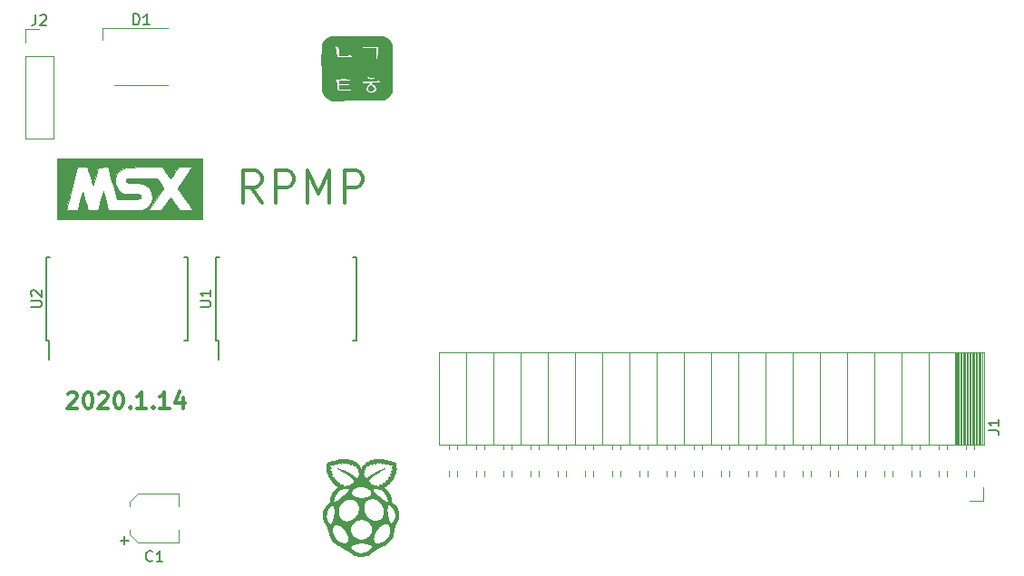
<source format=gbr>
G04 #@! TF.FileFunction,Legend,Top*
%FSLAX46Y46*%
G04 Gerber Fmt 4.6, Leading zero omitted, Abs format (unit mm)*
G04 Created by KiCad (PCBNEW 4.0.7) date 01/15/20 01:18:49*
%MOMM*%
%LPD*%
G01*
G04 APERTURE LIST*
%ADD10C,0.100000*%
%ADD11C,0.300000*%
%ADD12C,0.120000*%
%ADD13C,0.150000*%
%ADD14C,0.010000*%
G04 APERTURE END LIST*
D10*
D11*
X111030430Y-85554429D02*
X111101859Y-85483000D01*
X111244716Y-85411571D01*
X111601859Y-85411571D01*
X111744716Y-85483000D01*
X111816145Y-85554429D01*
X111887573Y-85697286D01*
X111887573Y-85840143D01*
X111816145Y-86054429D01*
X110959002Y-86911571D01*
X111887573Y-86911571D01*
X112816144Y-85411571D02*
X112959001Y-85411571D01*
X113101858Y-85483000D01*
X113173287Y-85554429D01*
X113244716Y-85697286D01*
X113316144Y-85983000D01*
X113316144Y-86340143D01*
X113244716Y-86625857D01*
X113173287Y-86768714D01*
X113101858Y-86840143D01*
X112959001Y-86911571D01*
X112816144Y-86911571D01*
X112673287Y-86840143D01*
X112601858Y-86768714D01*
X112530430Y-86625857D01*
X112459001Y-86340143D01*
X112459001Y-85983000D01*
X112530430Y-85697286D01*
X112601858Y-85554429D01*
X112673287Y-85483000D01*
X112816144Y-85411571D01*
X113887572Y-85554429D02*
X113959001Y-85483000D01*
X114101858Y-85411571D01*
X114459001Y-85411571D01*
X114601858Y-85483000D01*
X114673287Y-85554429D01*
X114744715Y-85697286D01*
X114744715Y-85840143D01*
X114673287Y-86054429D01*
X113816144Y-86911571D01*
X114744715Y-86911571D01*
X115673286Y-85411571D02*
X115816143Y-85411571D01*
X115959000Y-85483000D01*
X116030429Y-85554429D01*
X116101858Y-85697286D01*
X116173286Y-85983000D01*
X116173286Y-86340143D01*
X116101858Y-86625857D01*
X116030429Y-86768714D01*
X115959000Y-86840143D01*
X115816143Y-86911571D01*
X115673286Y-86911571D01*
X115530429Y-86840143D01*
X115459000Y-86768714D01*
X115387572Y-86625857D01*
X115316143Y-86340143D01*
X115316143Y-85983000D01*
X115387572Y-85697286D01*
X115459000Y-85554429D01*
X115530429Y-85483000D01*
X115673286Y-85411571D01*
X116816143Y-86768714D02*
X116887571Y-86840143D01*
X116816143Y-86911571D01*
X116744714Y-86840143D01*
X116816143Y-86768714D01*
X116816143Y-86911571D01*
X118316143Y-86911571D02*
X117459000Y-86911571D01*
X117887572Y-86911571D02*
X117887572Y-85411571D01*
X117744715Y-85625857D01*
X117601857Y-85768714D01*
X117459000Y-85840143D01*
X118959000Y-86768714D02*
X119030428Y-86840143D01*
X118959000Y-86911571D01*
X118887571Y-86840143D01*
X118959000Y-86768714D01*
X118959000Y-86911571D01*
X120459000Y-86911571D02*
X119601857Y-86911571D01*
X120030429Y-86911571D02*
X120030429Y-85411571D01*
X119887572Y-85625857D01*
X119744714Y-85768714D01*
X119601857Y-85840143D01*
X121744714Y-85911571D02*
X121744714Y-86911571D01*
X121387571Y-85340143D02*
X121030428Y-86411571D01*
X121959000Y-86411571D01*
X129107086Y-67701943D02*
X128107086Y-66273371D01*
X127392801Y-67701943D02*
X127392801Y-64701943D01*
X128535658Y-64701943D01*
X128821372Y-64844800D01*
X128964229Y-64987657D01*
X129107086Y-65273371D01*
X129107086Y-65701943D01*
X128964229Y-65987657D01*
X128821372Y-66130514D01*
X128535658Y-66273371D01*
X127392801Y-66273371D01*
X130392801Y-67701943D02*
X130392801Y-64701943D01*
X131535658Y-64701943D01*
X131821372Y-64844800D01*
X131964229Y-64987657D01*
X132107086Y-65273371D01*
X132107086Y-65701943D01*
X131964229Y-65987657D01*
X131821372Y-66130514D01*
X131535658Y-66273371D01*
X130392801Y-66273371D01*
X133392801Y-67701943D02*
X133392801Y-64701943D01*
X134392801Y-66844800D01*
X135392801Y-64701943D01*
X135392801Y-67701943D01*
X136821372Y-67701943D02*
X136821372Y-64701943D01*
X137964229Y-64701943D01*
X138249943Y-64844800D01*
X138392800Y-64987657D01*
X138535657Y-65273371D01*
X138535657Y-65701943D01*
X138392800Y-65987657D01*
X138249943Y-66130514D01*
X137964229Y-66273371D01*
X136821372Y-66273371D01*
D12*
X196529000Y-90297500D02*
X193929000Y-90297500D01*
X193929000Y-90297500D02*
X193929000Y-81667500D01*
X193929000Y-81667500D02*
X196529000Y-81667500D01*
X196529000Y-81667500D02*
X196529000Y-90297500D01*
X195579000Y-90727500D02*
X195579000Y-90297500D01*
X194819000Y-90727500D02*
X194819000Y-90297500D01*
X195579000Y-93267500D02*
X195579000Y-92787500D01*
X194819000Y-93267500D02*
X194819000Y-92787500D01*
X196349000Y-90297500D02*
X196349000Y-81667500D01*
X196229000Y-90297500D02*
X196229000Y-81667500D01*
X196109000Y-90297500D02*
X196109000Y-81667500D01*
X195989000Y-90297500D02*
X195989000Y-81667500D01*
X195869000Y-90297500D02*
X195869000Y-81667500D01*
X195749000Y-90297500D02*
X195749000Y-81667500D01*
X195629000Y-90297500D02*
X195629000Y-81667500D01*
X195509000Y-90297500D02*
X195509000Y-81667500D01*
X195389000Y-90297500D02*
X195389000Y-81667500D01*
X195269000Y-90297500D02*
X195269000Y-81667500D01*
X195149000Y-90297500D02*
X195149000Y-81667500D01*
X195029000Y-90297500D02*
X195029000Y-81667500D01*
X194909000Y-90297500D02*
X194909000Y-81667500D01*
X194789000Y-90297500D02*
X194789000Y-81667500D01*
X194669000Y-90297500D02*
X194669000Y-81667500D01*
X194549000Y-90297500D02*
X194549000Y-81667500D01*
X194429000Y-90297500D02*
X194429000Y-81667500D01*
X194309000Y-90297500D02*
X194309000Y-81667500D01*
X194189000Y-90297500D02*
X194189000Y-81667500D01*
X194069000Y-90297500D02*
X194069000Y-81667500D01*
X193949000Y-90297500D02*
X193949000Y-81667500D01*
X193829000Y-90297500D02*
X193829000Y-81667500D01*
X193929000Y-90297500D02*
X191389000Y-90297500D01*
X191389000Y-90297500D02*
X191389000Y-81667500D01*
X191389000Y-81667500D02*
X193929000Y-81667500D01*
X193929000Y-81667500D02*
X193929000Y-90297500D01*
X193039000Y-90727500D02*
X193039000Y-90297500D01*
X192279000Y-90727500D02*
X192279000Y-90297500D01*
X193039000Y-93267500D02*
X193039000Y-92787500D01*
X192279000Y-93267500D02*
X192279000Y-92787500D01*
X191389000Y-90297500D02*
X188849000Y-90297500D01*
X188849000Y-90297500D02*
X188849000Y-81667500D01*
X188849000Y-81667500D02*
X191389000Y-81667500D01*
X191389000Y-81667500D02*
X191389000Y-90297500D01*
X190499000Y-90727500D02*
X190499000Y-90297500D01*
X189739000Y-90727500D02*
X189739000Y-90297500D01*
X190499000Y-93267500D02*
X190499000Y-92787500D01*
X189739000Y-93267500D02*
X189739000Y-92787500D01*
X188849000Y-90297500D02*
X186309000Y-90297500D01*
X186309000Y-90297500D02*
X186309000Y-81667500D01*
X186309000Y-81667500D02*
X188849000Y-81667500D01*
X188849000Y-81667500D02*
X188849000Y-90297500D01*
X187959000Y-90727500D02*
X187959000Y-90297500D01*
X187199000Y-90727500D02*
X187199000Y-90297500D01*
X187959000Y-93267500D02*
X187959000Y-92787500D01*
X187199000Y-93267500D02*
X187199000Y-92787500D01*
X186309000Y-90297500D02*
X183769000Y-90297500D01*
X183769000Y-90297500D02*
X183769000Y-81667500D01*
X183769000Y-81667500D02*
X186309000Y-81667500D01*
X186309000Y-81667500D02*
X186309000Y-90297500D01*
X185419000Y-90727500D02*
X185419000Y-90297500D01*
X184659000Y-90727500D02*
X184659000Y-90297500D01*
X185419000Y-93267500D02*
X185419000Y-92787500D01*
X184659000Y-93267500D02*
X184659000Y-92787500D01*
X183769000Y-90297500D02*
X181229000Y-90297500D01*
X181229000Y-90297500D02*
X181229000Y-81667500D01*
X181229000Y-81667500D02*
X183769000Y-81667500D01*
X183769000Y-81667500D02*
X183769000Y-90297500D01*
X182879000Y-90727500D02*
X182879000Y-90297500D01*
X182119000Y-90727500D02*
X182119000Y-90297500D01*
X182879000Y-93267500D02*
X182879000Y-92787500D01*
X182119000Y-93267500D02*
X182119000Y-92787500D01*
X181229000Y-90297500D02*
X178689000Y-90297500D01*
X178689000Y-90297500D02*
X178689000Y-81667500D01*
X178689000Y-81667500D02*
X181229000Y-81667500D01*
X181229000Y-81667500D02*
X181229000Y-90297500D01*
X180339000Y-90727500D02*
X180339000Y-90297500D01*
X179579000Y-90727500D02*
X179579000Y-90297500D01*
X180339000Y-93267500D02*
X180339000Y-92787500D01*
X179579000Y-93267500D02*
X179579000Y-92787500D01*
X178689000Y-90297500D02*
X176149000Y-90297500D01*
X176149000Y-90297500D02*
X176149000Y-81667500D01*
X176149000Y-81667500D02*
X178689000Y-81667500D01*
X178689000Y-81667500D02*
X178689000Y-90297500D01*
X177799000Y-90727500D02*
X177799000Y-90297500D01*
X177039000Y-90727500D02*
X177039000Y-90297500D01*
X177799000Y-93267500D02*
X177799000Y-92787500D01*
X177039000Y-93267500D02*
X177039000Y-92787500D01*
X176149000Y-90297500D02*
X173609000Y-90297500D01*
X173609000Y-90297500D02*
X173609000Y-81667500D01*
X173609000Y-81667500D02*
X176149000Y-81667500D01*
X176149000Y-81667500D02*
X176149000Y-90297500D01*
X175259000Y-90727500D02*
X175259000Y-90297500D01*
X174499000Y-90727500D02*
X174499000Y-90297500D01*
X175259000Y-93267500D02*
X175259000Y-92787500D01*
X174499000Y-93267500D02*
X174499000Y-92787500D01*
X173609000Y-90297500D02*
X171069000Y-90297500D01*
X171069000Y-90297500D02*
X171069000Y-81667500D01*
X171069000Y-81667500D02*
X173609000Y-81667500D01*
X173609000Y-81667500D02*
X173609000Y-90297500D01*
X172719000Y-90727500D02*
X172719000Y-90297500D01*
X171959000Y-90727500D02*
X171959000Y-90297500D01*
X172719000Y-93267500D02*
X172719000Y-92787500D01*
X171959000Y-93267500D02*
X171959000Y-92787500D01*
X171069000Y-90297500D02*
X168529000Y-90297500D01*
X168529000Y-90297500D02*
X168529000Y-81667500D01*
X168529000Y-81667500D02*
X171069000Y-81667500D01*
X171069000Y-81667500D02*
X171069000Y-90297500D01*
X170179000Y-90727500D02*
X170179000Y-90297500D01*
X169419000Y-90727500D02*
X169419000Y-90297500D01*
X170179000Y-93267500D02*
X170179000Y-92787500D01*
X169419000Y-93267500D02*
X169419000Y-92787500D01*
X168529000Y-90297500D02*
X165989000Y-90297500D01*
X165989000Y-90297500D02*
X165989000Y-81667500D01*
X165989000Y-81667500D02*
X168529000Y-81667500D01*
X168529000Y-81667500D02*
X168529000Y-90297500D01*
X167639000Y-90727500D02*
X167639000Y-90297500D01*
X166879000Y-90727500D02*
X166879000Y-90297500D01*
X167639000Y-93267500D02*
X167639000Y-92787500D01*
X166879000Y-93267500D02*
X166879000Y-92787500D01*
X165989000Y-90297500D02*
X163449000Y-90297500D01*
X163449000Y-90297500D02*
X163449000Y-81667500D01*
X163449000Y-81667500D02*
X165989000Y-81667500D01*
X165989000Y-81667500D02*
X165989000Y-90297500D01*
X165099000Y-90727500D02*
X165099000Y-90297500D01*
X164339000Y-90727500D02*
X164339000Y-90297500D01*
X165099000Y-93267500D02*
X165099000Y-92787500D01*
X164339000Y-93267500D02*
X164339000Y-92787500D01*
X163449000Y-90297500D02*
X160909000Y-90297500D01*
X160909000Y-90297500D02*
X160909000Y-81667500D01*
X160909000Y-81667500D02*
X163449000Y-81667500D01*
X163449000Y-81667500D02*
X163449000Y-90297500D01*
X162559000Y-90727500D02*
X162559000Y-90297500D01*
X161799000Y-90727500D02*
X161799000Y-90297500D01*
X162559000Y-93267500D02*
X162559000Y-92787500D01*
X161799000Y-93267500D02*
X161799000Y-92787500D01*
X160909000Y-90297500D02*
X158369000Y-90297500D01*
X158369000Y-90297500D02*
X158369000Y-81667500D01*
X158369000Y-81667500D02*
X160909000Y-81667500D01*
X160909000Y-81667500D02*
X160909000Y-90297500D01*
X160019000Y-90727500D02*
X160019000Y-90297500D01*
X159259000Y-90727500D02*
X159259000Y-90297500D01*
X160019000Y-93267500D02*
X160019000Y-92787500D01*
X159259000Y-93267500D02*
X159259000Y-92787500D01*
X158369000Y-90297500D02*
X155829000Y-90297500D01*
X155829000Y-90297500D02*
X155829000Y-81667500D01*
X155829000Y-81667500D02*
X158369000Y-81667500D01*
X158369000Y-81667500D02*
X158369000Y-90297500D01*
X157479000Y-90727500D02*
X157479000Y-90297500D01*
X156719000Y-90727500D02*
X156719000Y-90297500D01*
X157479000Y-93267500D02*
X157479000Y-92787500D01*
X156719000Y-93267500D02*
X156719000Y-92787500D01*
X155829000Y-90297500D02*
X153289000Y-90297500D01*
X153289000Y-90297500D02*
X153289000Y-81667500D01*
X153289000Y-81667500D02*
X155829000Y-81667500D01*
X155829000Y-81667500D02*
X155829000Y-90297500D01*
X154939000Y-90727500D02*
X154939000Y-90297500D01*
X154179000Y-90727500D02*
X154179000Y-90297500D01*
X154939000Y-93267500D02*
X154939000Y-92787500D01*
X154179000Y-93267500D02*
X154179000Y-92787500D01*
X153289000Y-90297500D02*
X150749000Y-90297500D01*
X150749000Y-90297500D02*
X150749000Y-81667500D01*
X150749000Y-81667500D02*
X153289000Y-81667500D01*
X153289000Y-81667500D02*
X153289000Y-90297500D01*
X152399000Y-90727500D02*
X152399000Y-90297500D01*
X151639000Y-90727500D02*
X151639000Y-90297500D01*
X152399000Y-93267500D02*
X152399000Y-92787500D01*
X151639000Y-93267500D02*
X151639000Y-92787500D01*
X150749000Y-90297500D02*
X148209000Y-90297500D01*
X148209000Y-90297500D02*
X148209000Y-81667500D01*
X148209000Y-81667500D02*
X150749000Y-81667500D01*
X150749000Y-81667500D02*
X150749000Y-90297500D01*
X149859000Y-90727500D02*
X149859000Y-90297500D01*
X149099000Y-90727500D02*
X149099000Y-90297500D01*
X149859000Y-93267500D02*
X149859000Y-92787500D01*
X149099000Y-93267500D02*
X149099000Y-92787500D01*
X148209000Y-90297500D02*
X145609000Y-90297500D01*
X145609000Y-90297500D02*
X145609000Y-81667500D01*
X145609000Y-81667500D02*
X148209000Y-81667500D01*
X148209000Y-81667500D02*
X148209000Y-90297500D01*
X147319000Y-90727500D02*
X147319000Y-90297500D01*
X146559000Y-90727500D02*
X146559000Y-90297500D01*
X147319000Y-93267500D02*
X147319000Y-92787500D01*
X146559000Y-93267500D02*
X146559000Y-92787500D01*
X196469000Y-94297500D02*
X196469000Y-95567500D01*
X196469000Y-95567500D02*
X195199000Y-95567500D01*
X121352000Y-94918500D02*
X121352000Y-96088500D01*
X121352000Y-99488500D02*
X121352000Y-98318500D01*
X116772000Y-98728500D02*
X116772000Y-98318500D01*
X116772000Y-95678500D02*
X116772000Y-96088500D01*
X117542000Y-94918500D02*
X121352000Y-94918500D01*
X117542000Y-94918500D02*
X116772000Y-95678500D01*
X117542000Y-99488500D02*
X121352000Y-99488500D01*
X117542000Y-99488500D02*
X116772000Y-98728500D01*
X114269000Y-51353000D02*
X120369000Y-51353000D01*
X114269000Y-52453000D02*
X114269000Y-51353000D01*
X120369000Y-56753000D02*
X115369000Y-56753000D01*
D13*
X124819000Y-80558600D02*
X125069000Y-80558600D01*
X124819000Y-72808600D02*
X125154000Y-72808600D01*
X137969000Y-72808600D02*
X137634000Y-72808600D01*
X137969000Y-80558600D02*
X137634000Y-80558600D01*
X124819000Y-80558600D02*
X124819000Y-72808600D01*
X137969000Y-80558600D02*
X137969000Y-72808600D01*
X125069000Y-80558600D02*
X125069000Y-82358600D01*
X109020000Y-80558600D02*
X109270000Y-80558600D01*
X109020000Y-72808600D02*
X109355000Y-72808600D01*
X122170000Y-72808600D02*
X121835000Y-72808600D01*
X122170000Y-80558600D02*
X121835000Y-80558600D01*
X109020000Y-80558600D02*
X109020000Y-72808600D01*
X122170000Y-80558600D02*
X122170000Y-72808600D01*
X109270000Y-80558600D02*
X109270000Y-82358600D01*
D12*
X107001000Y-61718500D02*
X109661000Y-61718500D01*
X107001000Y-54038500D02*
X107001000Y-61718500D01*
X109661000Y-54038500D02*
X109661000Y-61718500D01*
X107001000Y-54038500D02*
X109661000Y-54038500D01*
X107001000Y-52768500D02*
X107001000Y-51438500D01*
X107001000Y-51438500D02*
X108331000Y-51438500D01*
D14*
G36*
X123511733Y-69231933D02*
X109965067Y-69231933D01*
X109965067Y-68374683D01*
X110863941Y-68374683D01*
X110875732Y-68397382D01*
X110936708Y-68413002D01*
X111056755Y-68422534D01*
X111245759Y-68426970D01*
X111391334Y-68427600D01*
X111937660Y-68427600D01*
X112147280Y-67560335D01*
X112210468Y-67303011D01*
X112268115Y-67075982D01*
X112317008Y-66891279D01*
X112353936Y-66760935D01*
X112375685Y-66696984D01*
X112378986Y-66692501D01*
X112397303Y-66730826D01*
X112432964Y-66836724D01*
X112481536Y-66995950D01*
X112538584Y-67194260D01*
X112566588Y-67295183D01*
X112633018Y-67535656D01*
X112699053Y-67771838D01*
X112757965Y-67979848D01*
X112803026Y-68135806D01*
X112811086Y-68163016D01*
X112890067Y-68427600D01*
X113353733Y-68427600D01*
X113540441Y-68426698D01*
X113691220Y-68424256D01*
X113788942Y-68420662D01*
X113817496Y-68417016D01*
X113828105Y-68369727D01*
X113857119Y-68256303D01*
X113900569Y-68091351D01*
X113954489Y-67889478D01*
X114014911Y-67665292D01*
X114077867Y-67433398D01*
X114139391Y-67208405D01*
X114195514Y-67004919D01*
X114242269Y-66837548D01*
X114275689Y-66720898D01*
X114291806Y-66669576D01*
X114292420Y-66668468D01*
X114307234Y-66702820D01*
X114340093Y-66807513D01*
X114387656Y-66970968D01*
X114446585Y-67181604D01*
X114513541Y-67427841D01*
X114540787Y-67529814D01*
X114773881Y-68406433D01*
X116357890Y-68417541D01*
X117941898Y-68428648D01*
X118161862Y-68321030D01*
X118436923Y-68142360D01*
X118649147Y-67909662D01*
X118794039Y-67630263D01*
X118867107Y-67311487D01*
X118875357Y-67157600D01*
X118838564Y-66825497D01*
X118726124Y-66531366D01*
X118537851Y-66274787D01*
X118448175Y-66188618D01*
X118314868Y-66081997D01*
X118181211Y-66003235D01*
X118031260Y-65948385D01*
X117849073Y-65913505D01*
X117618707Y-65894648D01*
X117324219Y-65887870D01*
X117231609Y-65887599D01*
X116952098Y-65884855D01*
X116746307Y-65874460D01*
X116603403Y-65853171D01*
X116512555Y-65817746D01*
X116462929Y-65764941D01*
X116443694Y-65691514D01*
X116442066Y-65651229D01*
X116444042Y-65590713D01*
X116455445Y-65541906D01*
X116484494Y-65503549D01*
X116539406Y-65474383D01*
X116628398Y-65453151D01*
X116759688Y-65438593D01*
X116941492Y-65429451D01*
X117182028Y-65424466D01*
X117489514Y-65422381D01*
X117872165Y-65421936D01*
X117939213Y-65421933D01*
X119303313Y-65421933D01*
X119610830Y-65871790D01*
X119726822Y-66048452D01*
X119818420Y-66201600D01*
X119877500Y-66316667D01*
X119895940Y-66379087D01*
X119895251Y-66381834D01*
X119865738Y-66431140D01*
X119793987Y-66540207D01*
X119686460Y-66699535D01*
X119549621Y-66899625D01*
X119389930Y-67130979D01*
X119213852Y-67384099D01*
X119194278Y-67412123D01*
X119018329Y-67664701D01*
X118859367Y-67894392D01*
X118723563Y-68092157D01*
X118617090Y-68248955D01*
X118546120Y-68355749D01*
X118516825Y-68403497D01*
X118516400Y-68404913D01*
X118556278Y-68412854D01*
X118666096Y-68419581D01*
X118831132Y-68424563D01*
X119036661Y-68427267D01*
X119143627Y-68427600D01*
X119770855Y-68427600D01*
X120584637Y-67234842D01*
X120812571Y-67545471D01*
X120948625Y-67732178D01*
X121096982Y-67937772D01*
X121228232Y-68121472D01*
X121242668Y-68141850D01*
X121444832Y-68427599D01*
X122054949Y-68427600D01*
X122271275Y-68425869D01*
X122453858Y-68421111D01*
X122587772Y-68413972D01*
X122658087Y-68405102D01*
X122665067Y-68401104D01*
X122641587Y-68361000D01*
X122575268Y-68260857D01*
X122472290Y-68109666D01*
X122338833Y-67916423D01*
X122181077Y-67690119D01*
X122005204Y-67439748D01*
X121974124Y-67395688D01*
X121794217Y-67140512D01*
X121629687Y-66906605D01*
X121487043Y-66703263D01*
X121372794Y-66539782D01*
X121293448Y-66425459D01*
X121255514Y-66369588D01*
X121253811Y-66366847D01*
X121269418Y-66319309D01*
X121330262Y-66211355D01*
X121431345Y-66050722D01*
X121567666Y-65845145D01*
X121734225Y-65602360D01*
X121902421Y-65363260D01*
X122079362Y-65113570D01*
X122239082Y-64886645D01*
X122375303Y-64691532D01*
X122481744Y-64537278D01*
X122552124Y-64432929D01*
X122580166Y-64387531D01*
X122580400Y-64386596D01*
X122540528Y-64378621D01*
X122430750Y-64372042D01*
X122265823Y-64367369D01*
X122060501Y-64365111D01*
X121955983Y-64365025D01*
X121331567Y-64366451D01*
X121043156Y-64780416D01*
X120920192Y-64955440D01*
X120805826Y-65115601D01*
X120713769Y-65241852D01*
X120662156Y-65309708D01*
X120569567Y-65425034D01*
X120188567Y-64893748D01*
X119807567Y-64362461D01*
X118114233Y-64373613D01*
X116420900Y-64384766D01*
X116182986Y-64496321D01*
X115882750Y-64673319D01*
X115657553Y-64888710D01*
X115505762Y-65144970D01*
X115425748Y-65444571D01*
X115411463Y-65666432D01*
X115417973Y-65847970D01*
X115442873Y-65989739D01*
X115496250Y-66132733D01*
X115556833Y-66257221D01*
X115727019Y-66519050D01*
X115934175Y-66717205D01*
X116168536Y-66842832D01*
X116220886Y-66859335D01*
X116318347Y-66874723D01*
X116481130Y-66887778D01*
X116689900Y-66897457D01*
X116925320Y-66902716D01*
X117036850Y-66903363D01*
X117328576Y-66906319D01*
X117540439Y-66915170D01*
X117677061Y-66930248D01*
X117743062Y-66951885D01*
X117745933Y-66954400D01*
X117790897Y-67046900D01*
X117795236Y-67166260D01*
X117762275Y-67274421D01*
X117713437Y-67326199D01*
X117639245Y-67341546D01*
X117484519Y-67352630D01*
X117253288Y-67359333D01*
X116949585Y-67361531D01*
X116606655Y-67359439D01*
X115583168Y-67348100D01*
X115208042Y-66014600D01*
X115115403Y-65685184D01*
X115028351Y-65375443D01*
X114950010Y-65096503D01*
X114883501Y-64859489D01*
X114831947Y-64675524D01*
X114798470Y-64555734D01*
X114788813Y-64520938D01*
X114744709Y-64360776D01*
X113840457Y-64384766D01*
X113605353Y-65189100D01*
X113531885Y-65439669D01*
X113465522Y-65664545D01*
X113410274Y-65850249D01*
X113370154Y-65983305D01*
X113349174Y-66050237D01*
X113348093Y-66053295D01*
X113330719Y-66033315D01*
X113295163Y-65942711D01*
X113245115Y-65792654D01*
X113184266Y-65594312D01*
X113116304Y-65358855D01*
X113103341Y-65312462D01*
X113033358Y-65060860D01*
X112970172Y-64833953D01*
X112917658Y-64645633D01*
X112879690Y-64509791D01*
X112860143Y-64440319D01*
X112859387Y-64437683D01*
X112840638Y-64405188D01*
X112796862Y-64383733D01*
X112713251Y-64371118D01*
X112574994Y-64365141D01*
X112367283Y-64363600D01*
X111883949Y-64363600D01*
X111383411Y-66342683D01*
X111283013Y-66739206D01*
X111188562Y-67111386D01*
X111102155Y-67451024D01*
X111025887Y-67749922D01*
X110961855Y-67999880D01*
X110912154Y-68192699D01*
X110878881Y-68320182D01*
X110864131Y-68374128D01*
X110863941Y-68374683D01*
X109965067Y-68374683D01*
X109965067Y-63601600D01*
X123511733Y-63601600D01*
X123511733Y-69231933D01*
X123511733Y-69231933D01*
G37*
X123511733Y-69231933D02*
X109965067Y-69231933D01*
X109965067Y-68374683D01*
X110863941Y-68374683D01*
X110875732Y-68397382D01*
X110936708Y-68413002D01*
X111056755Y-68422534D01*
X111245759Y-68426970D01*
X111391334Y-68427600D01*
X111937660Y-68427600D01*
X112147280Y-67560335D01*
X112210468Y-67303011D01*
X112268115Y-67075982D01*
X112317008Y-66891279D01*
X112353936Y-66760935D01*
X112375685Y-66696984D01*
X112378986Y-66692501D01*
X112397303Y-66730826D01*
X112432964Y-66836724D01*
X112481536Y-66995950D01*
X112538584Y-67194260D01*
X112566588Y-67295183D01*
X112633018Y-67535656D01*
X112699053Y-67771838D01*
X112757965Y-67979848D01*
X112803026Y-68135806D01*
X112811086Y-68163016D01*
X112890067Y-68427600D01*
X113353733Y-68427600D01*
X113540441Y-68426698D01*
X113691220Y-68424256D01*
X113788942Y-68420662D01*
X113817496Y-68417016D01*
X113828105Y-68369727D01*
X113857119Y-68256303D01*
X113900569Y-68091351D01*
X113954489Y-67889478D01*
X114014911Y-67665292D01*
X114077867Y-67433398D01*
X114139391Y-67208405D01*
X114195514Y-67004919D01*
X114242269Y-66837548D01*
X114275689Y-66720898D01*
X114291806Y-66669576D01*
X114292420Y-66668468D01*
X114307234Y-66702820D01*
X114340093Y-66807513D01*
X114387656Y-66970968D01*
X114446585Y-67181604D01*
X114513541Y-67427841D01*
X114540787Y-67529814D01*
X114773881Y-68406433D01*
X116357890Y-68417541D01*
X117941898Y-68428648D01*
X118161862Y-68321030D01*
X118436923Y-68142360D01*
X118649147Y-67909662D01*
X118794039Y-67630263D01*
X118867107Y-67311487D01*
X118875357Y-67157600D01*
X118838564Y-66825497D01*
X118726124Y-66531366D01*
X118537851Y-66274787D01*
X118448175Y-66188618D01*
X118314868Y-66081997D01*
X118181211Y-66003235D01*
X118031260Y-65948385D01*
X117849073Y-65913505D01*
X117618707Y-65894648D01*
X117324219Y-65887870D01*
X117231609Y-65887599D01*
X116952098Y-65884855D01*
X116746307Y-65874460D01*
X116603403Y-65853171D01*
X116512555Y-65817746D01*
X116462929Y-65764941D01*
X116443694Y-65691514D01*
X116442066Y-65651229D01*
X116444042Y-65590713D01*
X116455445Y-65541906D01*
X116484494Y-65503549D01*
X116539406Y-65474383D01*
X116628398Y-65453151D01*
X116759688Y-65438593D01*
X116941492Y-65429451D01*
X117182028Y-65424466D01*
X117489514Y-65422381D01*
X117872165Y-65421936D01*
X117939213Y-65421933D01*
X119303313Y-65421933D01*
X119610830Y-65871790D01*
X119726822Y-66048452D01*
X119818420Y-66201600D01*
X119877500Y-66316667D01*
X119895940Y-66379087D01*
X119895251Y-66381834D01*
X119865738Y-66431140D01*
X119793987Y-66540207D01*
X119686460Y-66699535D01*
X119549621Y-66899625D01*
X119389930Y-67130979D01*
X119213852Y-67384099D01*
X119194278Y-67412123D01*
X119018329Y-67664701D01*
X118859367Y-67894392D01*
X118723563Y-68092157D01*
X118617090Y-68248955D01*
X118546120Y-68355749D01*
X118516825Y-68403497D01*
X118516400Y-68404913D01*
X118556278Y-68412854D01*
X118666096Y-68419581D01*
X118831132Y-68424563D01*
X119036661Y-68427267D01*
X119143627Y-68427600D01*
X119770855Y-68427600D01*
X120584637Y-67234842D01*
X120812571Y-67545471D01*
X120948625Y-67732178D01*
X121096982Y-67937772D01*
X121228232Y-68121472D01*
X121242668Y-68141850D01*
X121444832Y-68427599D01*
X122054949Y-68427600D01*
X122271275Y-68425869D01*
X122453858Y-68421111D01*
X122587772Y-68413972D01*
X122658087Y-68405102D01*
X122665067Y-68401104D01*
X122641587Y-68361000D01*
X122575268Y-68260857D01*
X122472290Y-68109666D01*
X122338833Y-67916423D01*
X122181077Y-67690119D01*
X122005204Y-67439748D01*
X121974124Y-67395688D01*
X121794217Y-67140512D01*
X121629687Y-66906605D01*
X121487043Y-66703263D01*
X121372794Y-66539782D01*
X121293448Y-66425459D01*
X121255514Y-66369588D01*
X121253811Y-66366847D01*
X121269418Y-66319309D01*
X121330262Y-66211355D01*
X121431345Y-66050722D01*
X121567666Y-65845145D01*
X121734225Y-65602360D01*
X121902421Y-65363260D01*
X122079362Y-65113570D01*
X122239082Y-64886645D01*
X122375303Y-64691532D01*
X122481744Y-64537278D01*
X122552124Y-64432929D01*
X122580166Y-64387531D01*
X122580400Y-64386596D01*
X122540528Y-64378621D01*
X122430750Y-64372042D01*
X122265823Y-64367369D01*
X122060501Y-64365111D01*
X121955983Y-64365025D01*
X121331567Y-64366451D01*
X121043156Y-64780416D01*
X120920192Y-64955440D01*
X120805826Y-65115601D01*
X120713769Y-65241852D01*
X120662156Y-65309708D01*
X120569567Y-65425034D01*
X120188567Y-64893748D01*
X119807567Y-64362461D01*
X118114233Y-64373613D01*
X116420900Y-64384766D01*
X116182986Y-64496321D01*
X115882750Y-64673319D01*
X115657553Y-64888710D01*
X115505762Y-65144970D01*
X115425748Y-65444571D01*
X115411463Y-65666432D01*
X115417973Y-65847970D01*
X115442873Y-65989739D01*
X115496250Y-66132733D01*
X115556833Y-66257221D01*
X115727019Y-66519050D01*
X115934175Y-66717205D01*
X116168536Y-66842832D01*
X116220886Y-66859335D01*
X116318347Y-66874723D01*
X116481130Y-66887778D01*
X116689900Y-66897457D01*
X116925320Y-66902716D01*
X117036850Y-66903363D01*
X117328576Y-66906319D01*
X117540439Y-66915170D01*
X117677061Y-66930248D01*
X117743062Y-66951885D01*
X117745933Y-66954400D01*
X117790897Y-67046900D01*
X117795236Y-67166260D01*
X117762275Y-67274421D01*
X117713437Y-67326199D01*
X117639245Y-67341546D01*
X117484519Y-67352630D01*
X117253288Y-67359333D01*
X116949585Y-67361531D01*
X116606655Y-67359439D01*
X115583168Y-67348100D01*
X115208042Y-66014600D01*
X115115403Y-65685184D01*
X115028351Y-65375443D01*
X114950010Y-65096503D01*
X114883501Y-64859489D01*
X114831947Y-64675524D01*
X114798470Y-64555734D01*
X114788813Y-64520938D01*
X114744709Y-64360776D01*
X113840457Y-64384766D01*
X113605353Y-65189100D01*
X113531885Y-65439669D01*
X113465522Y-65664545D01*
X113410274Y-65850249D01*
X113370154Y-65983305D01*
X113349174Y-66050237D01*
X113348093Y-66053295D01*
X113330719Y-66033315D01*
X113295163Y-65942711D01*
X113245115Y-65792654D01*
X113184266Y-65594312D01*
X113116304Y-65358855D01*
X113103341Y-65312462D01*
X113033358Y-65060860D01*
X112970172Y-64833953D01*
X112917658Y-64645633D01*
X112879690Y-64509791D01*
X112860143Y-64440319D01*
X112859387Y-64437683D01*
X112840638Y-64405188D01*
X112796862Y-64383733D01*
X112713251Y-64371118D01*
X112574994Y-64365141D01*
X112367283Y-64363600D01*
X111883949Y-64363600D01*
X111383411Y-66342683D01*
X111283013Y-66739206D01*
X111188562Y-67111386D01*
X111102155Y-67451024D01*
X111025887Y-67749922D01*
X110961855Y-67999880D01*
X110912154Y-68192699D01*
X110878881Y-68320182D01*
X110864131Y-68374128D01*
X110863941Y-68374683D01*
X109965067Y-68374683D01*
X109965067Y-63601600D01*
X123511733Y-63601600D01*
X123511733Y-69231933D01*
G36*
X140081026Y-91674871D02*
X140127520Y-91693189D01*
X140153012Y-91706855D01*
X140175631Y-91711319D01*
X140205461Y-91707182D01*
X140235470Y-91699642D01*
X140322788Y-91683911D01*
X140403270Y-91683871D01*
X140471035Y-91699362D01*
X140487044Y-91706518D01*
X140519275Y-91724856D01*
X140540944Y-91740661D01*
X140544437Y-91744618D01*
X140560270Y-91751075D01*
X140594198Y-91755697D01*
X140638933Y-91757499D01*
X140639722Y-91757499D01*
X140712811Y-91761318D01*
X140767625Y-91773931D01*
X140810290Y-91797078D01*
X140826106Y-91810402D01*
X140846891Y-91824632D01*
X140876438Y-91833513D01*
X140921325Y-91838593D01*
X140953106Y-91840253D01*
X141041353Y-91846736D01*
X141109875Y-91859200D01*
X141163980Y-91879342D01*
X141208979Y-91908859D01*
X141231185Y-91929116D01*
X141264349Y-91959755D01*
X141289265Y-91974567D01*
X141313652Y-91977481D01*
X141323975Y-91976347D01*
X141403132Y-91976213D01*
X141476061Y-91998012D01*
X141538151Y-92039498D01*
X141584791Y-92098427D01*
X141588396Y-92105130D01*
X141604338Y-92156496D01*
X141608630Y-92218432D01*
X141601250Y-92278923D01*
X141588794Y-92314642D01*
X141575735Y-92344155D01*
X141575781Y-92364618D01*
X141589966Y-92389163D01*
X141595256Y-92396652D01*
X141616784Y-92442124D01*
X141627290Y-92504919D01*
X141627810Y-92512609D01*
X141628527Y-92561307D01*
X141621840Y-92600432D01*
X141604945Y-92642801D01*
X141594859Y-92663217D01*
X141574208Y-92706942D01*
X141564849Y-92738395D01*
X141564797Y-92766960D01*
X141568587Y-92787416D01*
X141572774Y-92855177D01*
X141554305Y-92924150D01*
X141512414Y-92996632D01*
X141488850Y-93027218D01*
X141466825Y-93058666D01*
X141455941Y-93090485D01*
X141452657Y-93134063D01*
X141452600Y-93143866D01*
X141449569Y-93203692D01*
X141437908Y-93250104D01*
X141413760Y-93292558D01*
X141373269Y-93340508D01*
X141371719Y-93342175D01*
X141337909Y-93382222D01*
X141318632Y-93417328D01*
X141308404Y-93458182D01*
X141306891Y-93468503D01*
X141291101Y-93529794D01*
X141259432Y-93585961D01*
X141208942Y-93641062D01*
X141142847Y-93694660D01*
X141098373Y-93729230D01*
X141072139Y-93755192D01*
X141060433Y-93776707D01*
X141058834Y-93788774D01*
X141049754Y-93827657D01*
X141026275Y-93873257D01*
X140993849Y-93916444D01*
X140968044Y-93940898D01*
X140938790Y-93960148D01*
X140896162Y-93984065D01*
X140855202Y-94004650D01*
X140808840Y-94028881D01*
X140779554Y-94051483D01*
X140760232Y-94078572D01*
X140753765Y-94091887D01*
X140715708Y-94147016D01*
X140655674Y-94194423D01*
X140576317Y-94232582D01*
X140480292Y-94259969D01*
X140451768Y-94265332D01*
X140419151Y-94272817D01*
X140400330Y-94280959D01*
X140398500Y-94283699D01*
X140408520Y-94294205D01*
X140435331Y-94314400D01*
X140474054Y-94340716D01*
X140494302Y-94353755D01*
X140570010Y-94407625D01*
X140652576Y-94476279D01*
X140735008Y-94553207D01*
X140810313Y-94631903D01*
X140868737Y-94702185D01*
X140924578Y-94785538D01*
X140980218Y-94885441D01*
X141031566Y-94993342D01*
X141074532Y-95100690D01*
X141103464Y-95192850D01*
X141118628Y-95261071D01*
X141132879Y-95342909D01*
X141144316Y-95426600D01*
X141149446Y-95477692D01*
X141158327Y-95564780D01*
X141170399Y-95631695D01*
X141188002Y-95683650D01*
X141213477Y-95725858D01*
X141249165Y-95763531D01*
X141293850Y-95799270D01*
X141426180Y-95911903D01*
X141545154Y-96043560D01*
X141647707Y-96190048D01*
X141730775Y-96347171D01*
X141774309Y-96457188D01*
X141822113Y-96634997D01*
X141845569Y-96816208D01*
X141845051Y-96998388D01*
X141820932Y-97179104D01*
X141773585Y-97355922D01*
X141703382Y-97526409D01*
X141610697Y-97688131D01*
X141578454Y-97734727D01*
X141547415Y-97778916D01*
X141524402Y-97816106D01*
X141506522Y-97852969D01*
X141490880Y-97896174D01*
X141474584Y-97952394D01*
X141460020Y-98007777D01*
X141442134Y-98075487D01*
X141424520Y-98139388D01*
X141409048Y-98192869D01*
X141397589Y-98229318D01*
X141396327Y-98232921D01*
X141385644Y-98276153D01*
X141378411Y-98331138D01*
X141376400Y-98374133D01*
X141365888Y-98520454D01*
X141335516Y-98674789D01*
X141287029Y-98831796D01*
X141222172Y-98986134D01*
X141142692Y-99132460D01*
X141113871Y-99177599D01*
X141014117Y-99307530D01*
X140894014Y-99430120D01*
X140758345Y-99541701D01*
X140611895Y-99638606D01*
X140459448Y-99717166D01*
X140357944Y-99757160D01*
X140320762Y-99773613D01*
X140269653Y-99801172D01*
X140211262Y-99836044D01*
X140152233Y-99874433D01*
X140150316Y-99875740D01*
X139926262Y-100015604D01*
X139688659Y-100139238D01*
X139631954Y-100165333D01*
X139568034Y-100195637D01*
X139518786Y-100224071D01*
X139474873Y-100257047D01*
X139426955Y-100300979D01*
X139409704Y-100317947D01*
X139260310Y-100450124D01*
X139102087Y-100558498D01*
X138934844Y-100643152D01*
X138758394Y-100704167D01*
X138572546Y-100741626D01*
X138404600Y-100755075D01*
X138337673Y-100756451D01*
X138276843Y-100756837D01*
X138228206Y-100756253D01*
X138197857Y-100754719D01*
X138195050Y-100754379D01*
X138161339Y-100749122D01*
X138114763Y-100741322D01*
X138080750Y-100735383D01*
X137907600Y-100692347D01*
X137737014Y-100626390D01*
X137573562Y-100539913D01*
X137421816Y-100435315D01*
X137293350Y-100322032D01*
X137251030Y-100282424D01*
X137211263Y-100252678D01*
X137165405Y-100227328D01*
X137104815Y-100200910D01*
X137096500Y-100197552D01*
X136987582Y-100150242D01*
X136870296Y-100093090D01*
X136750334Y-100029323D01*
X136633388Y-99962172D01*
X136572771Y-99924476D01*
X137364665Y-99924476D01*
X137367608Y-99939436D01*
X137383745Y-99973143D01*
X137416131Y-100017999D01*
X137460837Y-100069726D01*
X137513935Y-100124043D01*
X137571496Y-100176673D01*
X137625360Y-100220181D01*
X137774373Y-100317917D01*
X137928931Y-100391267D01*
X138090682Y-100440941D01*
X138172356Y-100456743D01*
X138253213Y-100464342D01*
X138349251Y-100465251D01*
X138451304Y-100460023D01*
X138550207Y-100449209D01*
X138636796Y-100433363D01*
X138660296Y-100427350D01*
X138826382Y-100367982D01*
X138981267Y-100286373D01*
X139122825Y-100183956D01*
X139248927Y-100062165D01*
X139308089Y-99991130D01*
X139348519Y-99924929D01*
X139364436Y-99862714D01*
X139355728Y-99804329D01*
X139322285Y-99749620D01*
X139263996Y-99698432D01*
X139180750Y-99650611D01*
X139072438Y-99606000D01*
X139020550Y-99588535D01*
X138923190Y-99560751D01*
X138825209Y-99539939D01*
X138721232Y-99525449D01*
X138605886Y-99516635D01*
X138473795Y-99512846D01*
X138391900Y-99512671D01*
X138289477Y-99513809D01*
X138206335Y-99516306D01*
X138136370Y-99520594D01*
X138073478Y-99527106D01*
X138011556Y-99536276D01*
X137979150Y-99541975D01*
X137839212Y-99572598D01*
X137714507Y-99609953D01*
X137606437Y-99653132D01*
X137516404Y-99701221D01*
X137445808Y-99753311D01*
X137396052Y-99808491D01*
X137368537Y-99865850D01*
X137364665Y-99924476D01*
X136572771Y-99924476D01*
X136525153Y-99894864D01*
X136431319Y-99830629D01*
X136378950Y-99790598D01*
X136342635Y-99765398D01*
X136292566Y-99736026D01*
X136238427Y-99708092D01*
X136228053Y-99703213D01*
X136060218Y-99612016D01*
X135906752Y-99500754D01*
X135769022Y-99371182D01*
X135648395Y-99225057D01*
X135546237Y-99064134D01*
X135463916Y-98890167D01*
X135402798Y-98704912D01*
X135382349Y-98617214D01*
X135367757Y-98554177D01*
X135350356Y-98491697D01*
X135333050Y-98439825D01*
X135326274Y-98423089D01*
X135306379Y-98373492D01*
X135296764Y-98346753D01*
X135650144Y-98346753D01*
X135653140Y-98435801D01*
X135660806Y-98515312D01*
X135666889Y-98551522D01*
X135714345Y-98725024D01*
X135783351Y-98886670D01*
X135872619Y-99034895D01*
X135980858Y-99168136D01*
X136106781Y-99284828D01*
X136249098Y-99383409D01*
X136406521Y-99462315D01*
X136423128Y-99469096D01*
X136531468Y-99506327D01*
X136640436Y-99532496D01*
X136745305Y-99547121D01*
X136841345Y-99549720D01*
X136923829Y-99539809D01*
X136971298Y-99525032D01*
X137015422Y-99497386D01*
X137062734Y-99453864D01*
X137106844Y-99401907D01*
X137141361Y-99348954D01*
X137158939Y-99306599D01*
X137179727Y-99172077D01*
X137175992Y-99031160D01*
X137147757Y-98883985D01*
X137095046Y-98730692D01*
X137044498Y-98621582D01*
X136994890Y-98527338D01*
X136949633Y-98449471D01*
X136903706Y-98380750D01*
X136852087Y-98313944D01*
X136799889Y-98253550D01*
X137357138Y-98253550D01*
X137358625Y-98347600D01*
X137364476Y-98423821D01*
X137376259Y-98489627D01*
X137395542Y-98552434D01*
X137423895Y-98619659D01*
X137442963Y-98659268D01*
X137517747Y-98782453D01*
X137612892Y-98894192D01*
X137725036Y-98992110D01*
X137850815Y-99073830D01*
X137986864Y-99136975D01*
X138129822Y-99179169D01*
X138195050Y-99190625D01*
X138255561Y-99195882D01*
X138330769Y-99197879D01*
X138412149Y-99196831D01*
X138491173Y-99192951D01*
X138559316Y-99186454D01*
X138595582Y-99180548D01*
X138751237Y-99136062D01*
X138863537Y-99085609D01*
X139498608Y-99085609D01*
X139501129Y-99149453D01*
X139506051Y-99210409D01*
X139513270Y-99266474D01*
X139521653Y-99309862D01*
X139527049Y-99327253D01*
X139575068Y-99412941D01*
X139638699Y-99478595D01*
X139717935Y-99524209D01*
X139772827Y-99541922D01*
X139824112Y-99548286D01*
X139893167Y-99548060D01*
X139973386Y-99541792D01*
X140058163Y-99530027D01*
X140140892Y-99513314D01*
X140152359Y-99510503D01*
X140320591Y-99455601D01*
X140476206Y-99379259D01*
X140617826Y-99282812D01*
X140744074Y-99167599D01*
X140853572Y-99034957D01*
X140944943Y-98886223D01*
X141016810Y-98722734D01*
X141041665Y-98647250D01*
X141054699Y-98601126D01*
X141063982Y-98560362D01*
X141070173Y-98518886D01*
X141073931Y-98470626D01*
X141075915Y-98409513D01*
X141076785Y-98329473D01*
X141076819Y-98323400D01*
X141076805Y-98240021D01*
X141075384Y-98176020D01*
X141072025Y-98125386D01*
X141066198Y-98082113D01*
X141057374Y-98040191D01*
X141048972Y-98007858D01*
X141012686Y-97897383D01*
X140969792Y-97810246D01*
X140918628Y-97744868D01*
X140857531Y-97699673D01*
X140784837Y-97673084D01*
X140698884Y-97663522D01*
X140685828Y-97663452D01*
X140562982Y-97676768D01*
X140438988Y-97715060D01*
X140314592Y-97777976D01*
X140190535Y-97865163D01*
X140106400Y-97938463D01*
X140078647Y-97962999D01*
X140058350Y-97978100D01*
X140053091Y-97980389D01*
X140036606Y-97990607D01*
X140008666Y-98018833D01*
X139971693Y-98061799D01*
X139928104Y-98116236D01*
X139880318Y-98178875D01*
X139830753Y-98246447D01*
X139781830Y-98315685D01*
X139735966Y-98383317D01*
X139695580Y-98446077D01*
X139663091Y-98500695D01*
X139649835Y-98525354D01*
X139606319Y-98621745D01*
X139565802Y-98732054D01*
X139532303Y-98844820D01*
X139520238Y-98894900D01*
X139506861Y-98963270D01*
X139499949Y-99022864D01*
X139498608Y-99085609D01*
X138863537Y-99085609D01*
X138894857Y-99071538D01*
X139024695Y-98988718D01*
X139139007Y-98889345D01*
X139236046Y-98775160D01*
X139314066Y-98647906D01*
X139371322Y-98509324D01*
X139404094Y-98373711D01*
X139413051Y-98315242D01*
X139417574Y-98269682D01*
X139417637Y-98227742D01*
X139413216Y-98180129D01*
X139404285Y-98117555D01*
X139403381Y-98111663D01*
X139368175Y-97963914D01*
X139309912Y-97826342D01*
X139229246Y-97700025D01*
X139126836Y-97586039D01*
X139036910Y-97509864D01*
X138913023Y-97427589D01*
X138786289Y-97367155D01*
X138652363Y-97327180D01*
X138506899Y-97306277D01*
X138385550Y-97302298D01*
X138268644Y-97306932D01*
X138166979Y-97320354D01*
X138071488Y-97344740D01*
X137973108Y-97382267D01*
X137890250Y-97421204D01*
X137759248Y-97496434D01*
X137648933Y-97582351D01*
X137555577Y-97682642D01*
X137475451Y-97800994D01*
X137440140Y-97866200D01*
X137407990Y-97933462D01*
X137385231Y-97992227D01*
X137370316Y-98049707D01*
X137361701Y-98113119D01*
X137357839Y-98189674D01*
X137357138Y-98253550D01*
X136799889Y-98253550D01*
X136789753Y-98241823D01*
X136751886Y-98200306D01*
X136632055Y-98079242D01*
X136517005Y-97981477D01*
X136404659Y-97905854D01*
X136292938Y-97851215D01*
X136179763Y-97816402D01*
X136063058Y-97800260D01*
X136031202Y-97798963D01*
X135970429Y-97798521D01*
X135927702Y-97800994D01*
X135895732Y-97807443D01*
X135867232Y-97818930D01*
X135856621Y-97824394D01*
X135794678Y-97868983D01*
X135738483Y-97930203D01*
X135695345Y-97999334D01*
X135681060Y-98033837D01*
X135667275Y-98091709D01*
X135657401Y-98167774D01*
X135651628Y-98255100D01*
X135650144Y-98346753D01*
X135296764Y-98346753D01*
X135282225Y-98306324D01*
X135256055Y-98228566D01*
X135230108Y-98147202D01*
X135206626Y-98069215D01*
X135187850Y-98001587D01*
X135178115Y-97961450D01*
X135158425Y-97898944D01*
X135130949Y-97849890D01*
X135126501Y-97844403D01*
X135044925Y-97735579D01*
X134970216Y-97609065D01*
X134906336Y-97472404D01*
X134857248Y-97333141D01*
X134856403Y-97330235D01*
X134818338Y-97154131D01*
X134803935Y-96973618D01*
X134806563Y-96918980D01*
X135094753Y-96918980D01*
X135098107Y-97047058D01*
X135101277Y-97073345D01*
X135132743Y-97227010D01*
X135182196Y-97373151D01*
X135247701Y-97507595D01*
X135327323Y-97626168D01*
X135390708Y-97697776D01*
X135430402Y-97733107D01*
X135462753Y-97748580D01*
X135494637Y-97745383D01*
X135532928Y-97724705D01*
X135535696Y-97722856D01*
X135571064Y-97691058D01*
X135610909Y-97642808D01*
X135650304Y-97585252D01*
X135684323Y-97525532D01*
X135706502Y-97475197D01*
X135722536Y-97430694D01*
X135742511Y-97375593D01*
X135758800Y-97330883D01*
X135794796Y-97213656D01*
X135825067Y-97077794D01*
X135849031Y-96929537D01*
X135866102Y-96775124D01*
X135875696Y-96620794D01*
X135876148Y-96577150D01*
X136202546Y-96577150D01*
X136203444Y-96678391D01*
X136208723Y-96761267D01*
X136219779Y-96832638D01*
X136238010Y-96899363D01*
X136264812Y-96968301D01*
X136295665Y-97034350D01*
X136368612Y-97155116D01*
X136459435Y-97259403D01*
X136565769Y-97346074D01*
X136685250Y-97413995D01*
X136815512Y-97462030D01*
X136954192Y-97489044D01*
X137098923Y-97493901D01*
X137223826Y-97479960D01*
X137365470Y-97442256D01*
X137504081Y-97381396D01*
X137636862Y-97299620D01*
X137761019Y-97199171D01*
X137873755Y-97082292D01*
X137972275Y-96951223D01*
X138048744Y-96818450D01*
X138083175Y-96745059D01*
X138109085Y-96678154D01*
X138129185Y-96608941D01*
X138146184Y-96528624D01*
X138156388Y-96469200D01*
X138172498Y-96324511D01*
X138171865Y-96271742D01*
X138574463Y-96271742D01*
X138575472Y-96291400D01*
X138585023Y-96401763D01*
X138601113Y-96497382D01*
X138626193Y-96587674D01*
X138662715Y-96682060D01*
X138696083Y-96754950D01*
X138779711Y-96908430D01*
X138874075Y-97040593D01*
X138981628Y-97154136D01*
X139104825Y-97251752D01*
X139204982Y-97313908D01*
X139281363Y-97355248D01*
X139345160Y-97385310D01*
X139404803Y-97407089D01*
X139468717Y-97423581D01*
X139545330Y-97437780D01*
X139560300Y-97440194D01*
X139634178Y-97451014D01*
X139691330Y-97456499D01*
X139739860Y-97456663D01*
X139787871Y-97451516D01*
X139843469Y-97441072D01*
X139845559Y-97440631D01*
X139987076Y-97399716D01*
X140111594Y-97340221D01*
X140220130Y-97261466D01*
X140313702Y-97162773D01*
X140360662Y-97097447D01*
X140425240Y-96977865D01*
X140469784Y-96847196D01*
X140494919Y-96703112D01*
X140501484Y-96573958D01*
X140490405Y-96414739D01*
X140766817Y-96414739D01*
X140769275Y-96486573D01*
X140776185Y-96577195D01*
X140786824Y-96680526D01*
X140800470Y-96790485D01*
X140816398Y-96900995D01*
X140833886Y-97005974D01*
X140842776Y-97053400D01*
X140869933Y-97172918D01*
X140903444Y-97289122D01*
X140941771Y-97398382D01*
X140983379Y-97497069D01*
X141026732Y-97581553D01*
X141070295Y-97648204D01*
X141112531Y-97693393D01*
X141114108Y-97694653D01*
X141144925Y-97717212D01*
X141166504Y-97724528D01*
X141188945Y-97717826D01*
X141209340Y-97706194D01*
X141239387Y-97681540D01*
X141278041Y-97640472D01*
X141320954Y-97588423D01*
X141363779Y-97530828D01*
X141402169Y-97473120D01*
X141420231Y-97442563D01*
X141444401Y-97394235D01*
X141471454Y-97332340D01*
X141496806Y-97267592D01*
X141505236Y-97243900D01*
X141520897Y-97197167D01*
X141532036Y-97158786D01*
X141539439Y-97122710D01*
X141543889Y-97082894D01*
X141546171Y-97033292D01*
X141547071Y-96967858D01*
X141547269Y-96920050D01*
X141546213Y-96819544D01*
X141541633Y-96737799D01*
X141532375Y-96668286D01*
X141517283Y-96604475D01*
X141495202Y-96539837D01*
X141468765Y-96476391D01*
X141399130Y-96345426D01*
X141310180Y-96221198D01*
X141206650Y-96109314D01*
X141093273Y-96015377D01*
X141060544Y-95993142D01*
X140999718Y-95956103D01*
X140953934Y-95934397D01*
X140918991Y-95926779D01*
X140890687Y-95932002D01*
X140877801Y-95938982D01*
X140852986Y-95967461D01*
X140829521Y-96017107D01*
X140808393Y-96083688D01*
X140790588Y-96162972D01*
X140777094Y-96250729D01*
X140768897Y-96342727D01*
X140766817Y-96414739D01*
X140490405Y-96414739D01*
X140489553Y-96402508D01*
X140453510Y-96234972D01*
X140394612Y-96073952D01*
X140314113Y-95922053D01*
X140213269Y-95781877D01*
X140093335Y-95656027D01*
X140034495Y-95605584D01*
X139912792Y-95517466D01*
X139790772Y-95450253D01*
X139661120Y-95400434D01*
X139543594Y-95370017D01*
X139414061Y-95352437D01*
X139288974Y-95356772D01*
X139164001Y-95383606D01*
X139034808Y-95433525D01*
X139019667Y-95440684D01*
X138954607Y-95473647D01*
X138905537Y-95503396D01*
X138864594Y-95535447D01*
X138823917Y-95575318D01*
X138816467Y-95583265D01*
X138722529Y-95701025D01*
X138651725Y-95827678D01*
X138603690Y-95964299D01*
X138578058Y-96111962D01*
X138574463Y-96271742D01*
X138171865Y-96271742D01*
X138170913Y-96192452D01*
X138151012Y-96066848D01*
X138112173Y-95941523D01*
X138100281Y-95911567D01*
X138033834Y-95781968D01*
X137948981Y-95668187D01*
X137847965Y-95571744D01*
X137733031Y-95494155D01*
X137606421Y-95436940D01*
X137470380Y-95401616D01*
X137328883Y-95389700D01*
X137170306Y-95402154D01*
X137016879Y-95439308D01*
X136869326Y-95500851D01*
X136728375Y-95586470D01*
X136594752Y-95695853D01*
X136577588Y-95712159D01*
X136457275Y-95845677D01*
X136357830Y-95993636D01*
X136279190Y-96156139D01*
X136237532Y-96275120D01*
X136223903Y-96323315D01*
X136214416Y-96366406D01*
X136208290Y-96411121D01*
X136204746Y-96464187D01*
X136203006Y-96532331D01*
X136202546Y-96577150D01*
X135876148Y-96577150D01*
X135877230Y-96472788D01*
X135870120Y-96337345D01*
X135859666Y-96253222D01*
X135844290Y-96173278D01*
X135826213Y-96112412D01*
X135802901Y-96064302D01*
X135771821Y-96022627D01*
X135763706Y-96013711D01*
X135731637Y-95986853D01*
X135698604Y-95977377D01*
X135659772Y-95985642D01*
X135610307Y-96012008D01*
X135587775Y-96026808D01*
X135456864Y-96128993D01*
X135345768Y-96244992D01*
X135250981Y-96378549D01*
X135237522Y-96401065D01*
X135181392Y-96516632D01*
X135137890Y-96646390D01*
X135108513Y-96782965D01*
X135094753Y-96918980D01*
X134806563Y-96918980D01*
X134812670Y-96792040D01*
X134844016Y-96612743D01*
X134897448Y-96439071D01*
X134972442Y-96274369D01*
X135039713Y-96162890D01*
X135083677Y-96104077D01*
X135140412Y-96037386D01*
X135203770Y-95969306D01*
X135267607Y-95906324D01*
X135325775Y-95854927D01*
X135347607Y-95837935D01*
X135399678Y-95792200D01*
X135436903Y-95740308D01*
X135461385Y-95677347D01*
X135475228Y-95598404D01*
X135478942Y-95542004D01*
X135771778Y-95542004D01*
X135771815Y-95593305D01*
X135774033Y-95635614D01*
X135777989Y-95661915D01*
X135779624Y-95665925D01*
X135802600Y-95679757D01*
X135843908Y-95677882D01*
X135904185Y-95660233D01*
X135931148Y-95649803D01*
X136018556Y-95608451D01*
X136120313Y-95550160D01*
X136233761Y-95476854D01*
X136356239Y-95390457D01*
X136485087Y-95292894D01*
X136617645Y-95186088D01*
X136751254Y-95071964D01*
X136840340Y-94992088D01*
X136931583Y-94905484D01*
X137014317Y-94820768D01*
X137019227Y-94815307D01*
X137427839Y-94815307D01*
X137431951Y-94848343D01*
X137444792Y-94884531D01*
X137465472Y-94927475D01*
X137504996Y-94992141D01*
X137551156Y-95047224D01*
X137565695Y-95060748D01*
X137621863Y-95101635D01*
X137696127Y-95144828D01*
X137781804Y-95187049D01*
X137872210Y-95225022D01*
X137960663Y-95255472D01*
X137966450Y-95257190D01*
X138080612Y-95283082D01*
X138211593Y-95299910D01*
X138352423Y-95307512D01*
X138496129Y-95305726D01*
X138635743Y-95294390D01*
X138753850Y-95275536D01*
X138850574Y-95250131D01*
X138948155Y-95214600D01*
X139040370Y-95171892D01*
X139121000Y-95124953D01*
X139183824Y-95076733D01*
X139193912Y-95066985D01*
X139251882Y-94999020D01*
X139287678Y-94933362D01*
X139303464Y-94865037D01*
X139303835Y-94813979D01*
X139296054Y-94753193D01*
X139279565Y-94701072D01*
X139251022Y-94651209D01*
X139207078Y-94597197D01*
X139170535Y-94558716D01*
X139085961Y-94484614D01*
X139385046Y-94484614D01*
X139395438Y-94521971D01*
X139420740Y-94571554D01*
X139459472Y-94630452D01*
X139509324Y-94694759D01*
X139588559Y-94785436D01*
X139678379Y-94879884D01*
X139776641Y-94976445D01*
X139881204Y-95073458D01*
X139989924Y-95169264D01*
X140100662Y-95262204D01*
X140211273Y-95350616D01*
X140319617Y-95432843D01*
X140423551Y-95507224D01*
X140520933Y-95572099D01*
X140609622Y-95625810D01*
X140687474Y-95666695D01*
X140752348Y-95693097D01*
X140802103Y-95703354D01*
X140810968Y-95703269D01*
X140834792Y-95699217D01*
X140847970Y-95686314D01*
X140856173Y-95657483D01*
X140858679Y-95643700D01*
X140862248Y-95594159D01*
X140860154Y-95527211D01*
X140853160Y-95450021D01*
X140842029Y-95369755D01*
X140827525Y-95293579D01*
X140816752Y-95250020D01*
X140764029Y-95104836D01*
X140689157Y-94964921D01*
X140595364Y-94834519D01*
X140485880Y-94717874D01*
X140363934Y-94619231D01*
X140310393Y-94584560D01*
X140182872Y-94519233D01*
X140043859Y-94468245D01*
X139899983Y-94433234D01*
X139757870Y-94415838D01*
X139632329Y-94416969D01*
X139562999Y-94424202D01*
X139498726Y-94433544D01*
X139444845Y-94443990D01*
X139406690Y-94454535D01*
X139391047Y-94462393D01*
X139385046Y-94484614D01*
X139085961Y-94484614D01*
X139042083Y-94446169D01*
X138899705Y-94354641D01*
X138745012Y-94285061D01*
X138636891Y-94251597D01*
X138585038Y-94238900D01*
X138541049Y-94230318D01*
X138498034Y-94225271D01*
X138449105Y-94223177D01*
X138387373Y-94223457D01*
X138322050Y-94225059D01*
X138223442Y-94229277D01*
X138143116Y-94236637D01*
X138074000Y-94248677D01*
X138009026Y-94266929D01*
X137941126Y-94292931D01*
X137877056Y-94321696D01*
X137771969Y-94376851D01*
X137675255Y-94439046D01*
X137590743Y-94505205D01*
X137522266Y-94572247D01*
X137473653Y-94637095D01*
X137464935Y-94652834D01*
X137446886Y-94699209D01*
X137433406Y-94753409D01*
X137430167Y-94775572D01*
X137427839Y-94815307D01*
X137019227Y-94815307D01*
X137086902Y-94740047D01*
X137147700Y-94665425D01*
X137195071Y-94599009D01*
X137227375Y-94542904D01*
X137242974Y-94499217D01*
X137242566Y-94475351D01*
X137223244Y-94455407D01*
X137179943Y-94439554D01*
X137113781Y-94427989D01*
X137025880Y-94420909D01*
X136918700Y-94418511D01*
X136793686Y-94422889D01*
X136683895Y-94437370D01*
X136580523Y-94463805D01*
X136474771Y-94504045D01*
X136441750Y-94518862D01*
X136294553Y-94600466D01*
X136162575Y-94701200D01*
X136047269Y-94818845D01*
X135950085Y-94951188D01*
X135872474Y-95096012D01*
X135815887Y-95251102D01*
X135781774Y-95414241D01*
X135771778Y-95542004D01*
X135478942Y-95542004D01*
X135479773Y-95529400D01*
X135499213Y-95333781D01*
X135543446Y-95142719D01*
X135612018Y-94957983D01*
X135643247Y-94892026D01*
X135716667Y-94768149D01*
X135810427Y-94645375D01*
X135919764Y-94528656D01*
X136039910Y-94422947D01*
X136166102Y-94333200D01*
X136201437Y-94311857D01*
X136286383Y-94262577D01*
X136224028Y-94247618D01*
X136141374Y-94219562D01*
X136072827Y-94179651D01*
X136022675Y-94130737D01*
X136004905Y-94101900D01*
X135987670Y-94071148D01*
X135966750Y-94047697D01*
X135935723Y-94026091D01*
X135888165Y-94000877D01*
X135882838Y-93998236D01*
X135803453Y-93951957D01*
X135746720Y-93901796D01*
X135709915Y-93844953D01*
X135696342Y-93806774D01*
X135680176Y-93764721D01*
X135653255Y-93731161D01*
X135623557Y-93706865D01*
X135546198Y-93643467D01*
X135491879Y-93583870D01*
X135458981Y-93525781D01*
X135445885Y-93466905D01*
X135445500Y-93454395D01*
X135440519Y-93424616D01*
X135423016Y-93393473D01*
X135389148Y-93354239D01*
X135387035Y-93352027D01*
X135337118Y-93292264D01*
X135307457Y-93235745D01*
X135295058Y-93175489D01*
X135294571Y-93136657D01*
X135294510Y-93098210D01*
X135288159Y-93069128D01*
X135271892Y-93039727D01*
X135244855Y-93003819D01*
X135203973Y-92942096D01*
X135183287Y-92882017D01*
X135180070Y-92814288D01*
X135182201Y-92790219D01*
X135183459Y-92751553D01*
X135176195Y-92713876D01*
X135158190Y-92667439D01*
X135150359Y-92650337D01*
X135129290Y-92601468D01*
X135119017Y-92564280D01*
X135117967Y-92541353D01*
X135356600Y-92541353D01*
X135365816Y-92565534D01*
X135390820Y-92601372D01*
X135427643Y-92644560D01*
X135472315Y-92690791D01*
X135520868Y-92735758D01*
X135569332Y-92775154D01*
X135577735Y-92781318D01*
X135603289Y-92805541D01*
X135607046Y-92827540D01*
X135606061Y-92830508D01*
X135598176Y-92842310D01*
X135582149Y-92848205D01*
X135552060Y-92849185D01*
X135509046Y-92846755D01*
X135420692Y-92840433D01*
X135442621Y-92878266D01*
X135460572Y-92902067D01*
X135492583Y-92937846D01*
X135533912Y-92980504D01*
X135573944Y-93019424D01*
X135616877Y-93060844D01*
X135652239Y-93096611D01*
X135676293Y-93122829D01*
X135685284Y-93135450D01*
X135674791Y-93142924D01*
X135645485Y-93149911D01*
X135607640Y-93154516D01*
X135528050Y-93160883D01*
X135591550Y-93221642D01*
X135633325Y-93258467D01*
X135686328Y-93300853D01*
X135740366Y-93340712D01*
X135750300Y-93347599D01*
X135792964Y-93376886D01*
X135827179Y-93400526D01*
X135847885Y-93415018D01*
X135851532Y-93417689D01*
X135851413Y-93427428D01*
X135831538Y-93436538D01*
X135797531Y-93443396D01*
X135755015Y-93446383D01*
X135751919Y-93446405D01*
X135713342Y-93447236D01*
X135695703Y-93450692D01*
X135694553Y-93458652D01*
X135701119Y-93467840D01*
X135724904Y-93489365D01*
X135765871Y-93519044D01*
X135818594Y-93553460D01*
X135877645Y-93589197D01*
X135937596Y-93622838D01*
X135989042Y-93649078D01*
X136031735Y-93670632D01*
X136063785Y-93688984D01*
X136079688Y-93700915D01*
X136080500Y-93702606D01*
X136068813Y-93718178D01*
X136037806Y-93731234D01*
X135993556Y-93739487D01*
X135979452Y-93740635D01*
X135925167Y-93743838D01*
X135956708Y-93770969D01*
X135979268Y-93784052D01*
X136020293Y-93802338D01*
X136073921Y-93823727D01*
X136134288Y-93846119D01*
X136195530Y-93867417D01*
X136251786Y-93885519D01*
X136297193Y-93898329D01*
X136325886Y-93903745D01*
X136327711Y-93903800D01*
X136344667Y-93909115D01*
X136341492Y-93922837D01*
X136320576Y-93941623D01*
X136286807Y-93960950D01*
X136256192Y-93978465D01*
X136238986Y-93993864D01*
X136237483Y-93999050D01*
X136252280Y-94010306D01*
X136287887Y-94022861D01*
X136339816Y-94035731D01*
X136403580Y-94047936D01*
X136474690Y-94058492D01*
X136543146Y-94065940D01*
X136599192Y-94071558D01*
X136645460Y-94077432D01*
X136676325Y-94082772D01*
X136686038Y-94086004D01*
X136684862Y-94100497D01*
X136667522Y-94122840D01*
X136639395Y-94147429D01*
X136607579Y-94167764D01*
X136569450Y-94187828D01*
X136601200Y-94196948D01*
X136652891Y-94205095D01*
X136724549Y-94206515D01*
X136811679Y-94201322D01*
X136909787Y-94189632D01*
X136914669Y-94188913D01*
X137090490Y-94155421D01*
X137244161Y-94110285D01*
X137376276Y-94053171D01*
X137487427Y-93983750D01*
X137578206Y-93901687D01*
X137649206Y-93806652D01*
X137672537Y-93764261D01*
X137698302Y-93710837D01*
X137713327Y-93669737D01*
X137716214Y-93635806D01*
X137705563Y-93603887D01*
X137679978Y-93568822D01*
X137638060Y-93525455D01*
X137597207Y-93486410D01*
X137470569Y-93374032D01*
X137322993Y-93256191D01*
X137157759Y-93135098D01*
X136978142Y-93012961D01*
X136787421Y-92891990D01*
X136588871Y-92774396D01*
X136385770Y-92662388D01*
X136337675Y-92637084D01*
X136276629Y-92605008D01*
X136224375Y-92577058D01*
X136184684Y-92555291D01*
X136161331Y-92541766D01*
X136156700Y-92538366D01*
X136167859Y-92540048D01*
X136198928Y-92549966D01*
X136246294Y-92566776D01*
X136306343Y-92589133D01*
X136375462Y-92615692D01*
X136450036Y-92645108D01*
X136525000Y-92675440D01*
X136677826Y-92741453D01*
X136835789Y-92815866D01*
X136995373Y-92896645D01*
X137153059Y-92981753D01*
X137305332Y-93069155D01*
X137448674Y-93156815D01*
X137579568Y-93242698D01*
X137694498Y-93324767D01*
X137789947Y-93400987D01*
X137812126Y-93420484D01*
X137861003Y-93464517D01*
X137929050Y-93428890D01*
X138017010Y-93369396D01*
X138088361Y-93293547D01*
X138141225Y-93205073D01*
X138173727Y-93107704D01*
X138178416Y-93060848D01*
X138572853Y-93060848D01*
X138593749Y-93164509D01*
X138637716Y-93257767D01*
X138704715Y-93340426D01*
X138706693Y-93342363D01*
X138749163Y-93379689D01*
X138795243Y-93414113D01*
X138826195Y-93433243D01*
X138883731Y-93463766D01*
X138977540Y-93387207D01*
X139134758Y-93267674D01*
X139313502Y-93147438D01*
X139510042Y-93028520D01*
X139720650Y-92912939D01*
X139941599Y-92802716D01*
X140169158Y-92699869D01*
X140399601Y-92606420D01*
X140462149Y-92582944D01*
X140507891Y-92566616D01*
X140542918Y-92555137D01*
X140561791Y-92550245D01*
X140563600Y-92550513D01*
X140553044Y-92557966D01*
X140524133Y-92574890D01*
X140480997Y-92598946D01*
X140427771Y-92627796D01*
X140414375Y-92634949D01*
X140236567Y-92732642D01*
X140058853Y-92836006D01*
X139885540Y-92942295D01*
X139720936Y-93048763D01*
X139569347Y-93152665D01*
X139435082Y-93251254D01*
X139380000Y-93294323D01*
X139311658Y-93350605D01*
X139244659Y-93408662D01*
X139181838Y-93465746D01*
X139126032Y-93519107D01*
X139080077Y-93565996D01*
X139046811Y-93603664D01*
X139029069Y-93629361D01*
X139026900Y-93636576D01*
X139033887Y-93666688D01*
X139052550Y-93710926D01*
X139079441Y-93763012D01*
X139111111Y-93816666D01*
X139144114Y-93865606D01*
X139171258Y-93899499D01*
X139241656Y-93967385D01*
X139322124Y-94024721D01*
X139416503Y-94073507D01*
X139528639Y-94115747D01*
X139655543Y-94151742D01*
X139796792Y-94182517D01*
X139925174Y-94201179D01*
X140037762Y-94207432D01*
X140131626Y-94200980D01*
X140136109Y-94200264D01*
X140184869Y-94192208D01*
X140126584Y-94155930D01*
X140093981Y-94132402D01*
X140072828Y-94110926D01*
X140068300Y-94100868D01*
X140071606Y-94089628D01*
X140084126Y-94081213D01*
X140109761Y-94074683D01*
X140152411Y-94069100D01*
X140215978Y-94063526D01*
X140227050Y-94062672D01*
X140291384Y-94055901D01*
X140358321Y-94045756D01*
X140421063Y-94033575D01*
X140472815Y-94020693D01*
X140506782Y-94008446D01*
X140509087Y-94007224D01*
X140514805Y-93998200D01*
X140501753Y-93985459D01*
X140467403Y-93966560D01*
X140466444Y-93966084D01*
X140425456Y-93943261D01*
X140407901Y-93926141D01*
X140412941Y-93912942D01*
X140436600Y-93902796D01*
X140552098Y-93867145D01*
X140647608Y-93835147D01*
X140722462Y-93807137D01*
X140775991Y-93783453D01*
X140807525Y-93764431D01*
X140816395Y-93750407D01*
X140801933Y-93741718D01*
X140763470Y-93738700D01*
X140762877Y-93738700D01*
X140728119Y-93734917D01*
X140695316Y-93725495D01*
X140671263Y-93713324D01*
X140662755Y-93701293D01*
X140665219Y-93697173D01*
X140679247Y-93689494D01*
X140709740Y-93674795D01*
X140747750Y-93657324D01*
X140807915Y-93627655D01*
X140872008Y-93591844D01*
X140933749Y-93553815D01*
X140986859Y-93517488D01*
X141025058Y-93486789D01*
X141032538Y-93479405D01*
X141063327Y-93446600D01*
X140994438Y-93446405D01*
X140952345Y-93443669D01*
X140918483Y-93436874D01*
X140897666Y-93427759D01*
X140894707Y-93418066D01*
X140902402Y-93413132D01*
X140928110Y-93398712D01*
X140967718Y-93372084D01*
X141015684Y-93337388D01*
X141066466Y-93298759D01*
X141114523Y-93260337D01*
X141154311Y-93226260D01*
X141161448Y-93219717D01*
X141230350Y-93155468D01*
X141158363Y-93154984D01*
X141115212Y-93153486D01*
X141080832Y-93150148D01*
X141067449Y-93147236D01*
X141065772Y-93138148D01*
X141079515Y-93116945D01*
X141109761Y-93082325D01*
X141157594Y-93032989D01*
X141187060Y-93003757D01*
X141235060Y-92955772D01*
X141275845Y-92913491D01*
X141306270Y-92880298D01*
X141323186Y-92859574D01*
X141325600Y-92854843D01*
X141313710Y-92848477D01*
X141280745Y-92846165D01*
X141242052Y-92847466D01*
X141193636Y-92848412D01*
X141158710Y-92844869D01*
X141145114Y-92839394D01*
X141146157Y-92826774D01*
X141163569Y-92801717D01*
X141198357Y-92763011D01*
X141251529Y-92709446D01*
X141260411Y-92700776D01*
X141306999Y-92653858D01*
X141346038Y-92611522D01*
X141374203Y-92577605D01*
X141388171Y-92555943D01*
X141389100Y-92552233D01*
X141386833Y-92540249D01*
X141376443Y-92534261D01*
X141352543Y-92533388D01*
X141309749Y-92536748D01*
X141300200Y-92537678D01*
X141256512Y-92540926D01*
X141224789Y-92541271D01*
X141211390Y-92538668D01*
X141211300Y-92538310D01*
X141216735Y-92516347D01*
X141231098Y-92478397D01*
X141251477Y-92430941D01*
X141274957Y-92380462D01*
X141298626Y-92333442D01*
X141319571Y-92296365D01*
X141321165Y-92293828D01*
X141343357Y-92258010D01*
X141358746Y-92231446D01*
X141363700Y-92220803D01*
X141351841Y-92218386D01*
X141319627Y-92216422D01*
X141272104Y-92215123D01*
X141219422Y-92214700D01*
X141154319Y-92213961D01*
X141092091Y-92211965D01*
X141040982Y-92209043D01*
X141015385Y-92206508D01*
X140955625Y-92198317D01*
X141009467Y-92143456D01*
X141038410Y-92112524D01*
X141050729Y-92094217D01*
X141048643Y-92084128D01*
X141041340Y-92080164D01*
X141012221Y-92075500D01*
X140964660Y-92074741D01*
X140905223Y-92077350D01*
X140840476Y-92082790D01*
X140776986Y-92090522D01*
X140721318Y-92100010D01*
X140683934Y-92109411D01*
X140641542Y-92121545D01*
X140607804Y-92128453D01*
X140591859Y-92128869D01*
X140577209Y-92113419D01*
X140580292Y-92086464D01*
X140599595Y-92053077D01*
X140621654Y-92028874D01*
X140667008Y-91986100D01*
X140624574Y-91986100D01*
X140587745Y-91990088D01*
X140534220Y-92000841D01*
X140471209Y-92016540D01*
X140405920Y-92035369D01*
X140345564Y-92055510D01*
X140337585Y-92058455D01*
X140294804Y-92070419D01*
X140271361Y-92067148D01*
X140270438Y-92066318D01*
X140263990Y-92043459D01*
X140276052Y-92011204D01*
X140304113Y-91974409D01*
X140330855Y-91949439D01*
X140379450Y-91909330D01*
X140335000Y-91917123D01*
X140253720Y-91936613D01*
X140164197Y-91966555D01*
X140078806Y-92002570D01*
X140044153Y-92020061D01*
X139999561Y-92042731D01*
X139971827Y-92052802D01*
X139956549Y-92051577D01*
X139952273Y-92047240D01*
X139942279Y-92016676D01*
X139950797Y-91980933D01*
X139972044Y-91944340D01*
X140002788Y-91899036D01*
X139954437Y-91916095D01*
X139899375Y-91937966D01*
X139850094Y-91964022D01*
X139798135Y-91999248D01*
X139749620Y-92036851D01*
X139710828Y-92066208D01*
X139678710Y-92087270D01*
X139658861Y-92096464D01*
X139656322Y-92096444D01*
X139638476Y-92078729D01*
X139628134Y-92045964D01*
X139627389Y-92007916D01*
X139632642Y-91986021D01*
X139646708Y-91948754D01*
X139600329Y-91972536D01*
X139570923Y-91992156D01*
X139530898Y-92024850D01*
X139486874Y-92065042D01*
X139465591Y-92086044D01*
X139424944Y-92126741D01*
X139397722Y-92151579D01*
X139379841Y-92163095D01*
X139367218Y-92163832D01*
X139355767Y-92156329D01*
X139354466Y-92155166D01*
X139336310Y-92122157D01*
X139331700Y-92079381D01*
X139329459Y-92045983D01*
X139323811Y-92026368D01*
X139320788Y-92024199D01*
X139302193Y-92033359D01*
X139270993Y-92058486D01*
X139230863Y-92096054D01*
X139185482Y-92142536D01*
X139138525Y-92194405D01*
X139116617Y-92220046D01*
X139079453Y-92264044D01*
X139054940Y-92290957D01*
X139039527Y-92303262D01*
X139029664Y-92303436D01*
X139021801Y-92293957D01*
X139018642Y-92288418D01*
X139005706Y-92254753D01*
X139001950Y-92231324D01*
X138998066Y-92206474D01*
X138986128Y-92199586D01*
X138964074Y-92211366D01*
X138929840Y-92242518D01*
X138910328Y-92262605D01*
X138805286Y-92390729D01*
X138715186Y-92537293D01*
X138641864Y-92698980D01*
X138600435Y-92823088D01*
X138575069Y-92946976D01*
X138572853Y-93060848D01*
X138178416Y-93060848D01*
X138183988Y-93005169D01*
X138177453Y-92935245D01*
X138143869Y-92796308D01*
X138092512Y-92655254D01*
X138026551Y-92518429D01*
X137949153Y-92392175D01*
X137863486Y-92282839D01*
X137838291Y-92255959D01*
X137766790Y-92182950D01*
X137748943Y-92242650D01*
X137733718Y-92286357D01*
X137719928Y-92306551D01*
X137705176Y-92304831D01*
X137687576Y-92283570D01*
X137665723Y-92255228D01*
X137630713Y-92215128D01*
X137587825Y-92168775D01*
X137542333Y-92121675D01*
X137499517Y-92079334D01*
X137464652Y-92047256D01*
X137449090Y-92034756D01*
X137412882Y-92008974D01*
X137421167Y-92041987D01*
X137423560Y-92092846D01*
X137407617Y-92139115D01*
X137394146Y-92156538D01*
X137382890Y-92164555D01*
X137370076Y-92162978D01*
X137351419Y-92149088D01*
X137322635Y-92120166D01*
X137302090Y-92098117D01*
X137259915Y-92055626D01*
X137215416Y-92015839D01*
X137177405Y-91986572D01*
X137173388Y-91983940D01*
X137136254Y-91962135D01*
X137109912Y-91950121D01*
X137097782Y-91948959D01*
X137103285Y-91959709D01*
X137106659Y-91963239D01*
X137117861Y-91986461D01*
X137121859Y-92020330D01*
X137119372Y-92056271D01*
X137111115Y-92085710D01*
X137097804Y-92100073D01*
X137095205Y-92100400D01*
X137080560Y-92092930D01*
X137052045Y-92073162D01*
X137015304Y-92045058D01*
X137007767Y-92039028D01*
X136941187Y-91990752D01*
X136869751Y-91947919D01*
X136802137Y-91915432D01*
X136766952Y-91902929D01*
X136735854Y-91893886D01*
X136770127Y-91934617D01*
X136791485Y-91969129D01*
X136803266Y-92006316D01*
X136803845Y-92037947D01*
X136793804Y-92054649D01*
X136778430Y-92052157D01*
X136746724Y-92039810D01*
X136704599Y-92020013D01*
X136689029Y-92012052D01*
X136596566Y-91969469D01*
X136498538Y-91936609D01*
X136417050Y-91916490D01*
X136378950Y-91908163D01*
X136432925Y-91963487D01*
X136463066Y-91998951D01*
X136482416Y-92030781D01*
X136486900Y-92046905D01*
X136483750Y-92068986D01*
X136478688Y-92075000D01*
X136463817Y-92071351D01*
X136430401Y-92061528D01*
X136384052Y-92047212D01*
X136350560Y-92036587D01*
X136288196Y-92018421D01*
X136224421Y-92002827D01*
X136169779Y-91992287D01*
X136152731Y-91990031D01*
X136074818Y-91981887D01*
X136122109Y-92023409D01*
X136153207Y-92057692D01*
X136168604Y-92089295D01*
X136168179Y-92113838D01*
X136151811Y-92126937D01*
X136124950Y-92125722D01*
X136107087Y-92121121D01*
X136072003Y-92111909D01*
X136027019Y-92100010D01*
X136023350Y-92099036D01*
X135976528Y-92089386D01*
X135920509Y-92081981D01*
X135861121Y-92077061D01*
X135804190Y-92074866D01*
X135755547Y-92075635D01*
X135721018Y-92079607D01*
X135706877Y-92086037D01*
X135711134Y-92100501D01*
X135729356Y-92125916D01*
X135747402Y-92146041D01*
X135794750Y-92195006D01*
X135743950Y-92204121D01*
X135711134Y-92207775D01*
X135660084Y-92210864D01*
X135597966Y-92213047D01*
X135536327Y-92213968D01*
X135379505Y-92214700D01*
X135407051Y-92255975D01*
X135430518Y-92295137D01*
X135457657Y-92346366D01*
X135484834Y-92402071D01*
X135508417Y-92454661D01*
X135524772Y-92496546D01*
X135529057Y-92510902D01*
X135537619Y-92546755D01*
X135447109Y-92537836D01*
X135396413Y-92534489D01*
X135365383Y-92536116D01*
X135356600Y-92541353D01*
X135117967Y-92541353D01*
X135117383Y-92528604D01*
X135119501Y-92504949D01*
X135129513Y-92457462D01*
X135145821Y-92412937D01*
X135152936Y-92399599D01*
X135169077Y-92369786D01*
X135171551Y-92346568D01*
X135161446Y-92315994D01*
X135159781Y-92311983D01*
X135143168Y-92244673D01*
X135144287Y-92172656D01*
X135162821Y-92107108D01*
X135165745Y-92101094D01*
X135210121Y-92039615D01*
X135269689Y-91998113D01*
X135343159Y-91977240D01*
X135413423Y-91976020D01*
X135453508Y-91978074D01*
X135477292Y-91973813D01*
X135493643Y-91960337D01*
X135503643Y-91946521D01*
X135530694Y-91916953D01*
X135566888Y-91889383D01*
X135573417Y-91885510D01*
X135613189Y-91869580D01*
X135669317Y-91855005D01*
X135732760Y-91843418D01*
X135794477Y-91836453D01*
X135845427Y-91835744D01*
X135847828Y-91835926D01*
X135885998Y-91831763D01*
X135911328Y-91818960D01*
X135960615Y-91785033D01*
X136017958Y-91765349D01*
X136090309Y-91757760D01*
X136110064Y-91757500D01*
X136165070Y-91755809D01*
X136199762Y-91750152D01*
X136219039Y-91739648D01*
X136220894Y-91737612D01*
X136264420Y-91704445D01*
X136326165Y-91685846D01*
X136403281Y-91682198D01*
X136492918Y-91693882D01*
X136513259Y-91698366D01*
X136555997Y-91707161D01*
X136584724Y-91708111D01*
X136609773Y-91700622D01*
X136627361Y-91691817D01*
X136687458Y-91672380D01*
X136760409Y-91669164D01*
X136839705Y-91681951D01*
X136896727Y-91700805D01*
X136942159Y-91718045D01*
X136974718Y-91725676D01*
X137004468Y-91724996D01*
X137035614Y-91718723D01*
X137090429Y-91710741D01*
X137142866Y-91715805D01*
X137200788Y-91735383D01*
X137248900Y-91758558D01*
X137291973Y-91779113D01*
X137323328Y-91787822D01*
X137352482Y-91786774D01*
X137365474Y-91784133D01*
X137427565Y-91777234D01*
X137487075Y-91787669D01*
X137548043Y-91817030D01*
X137614512Y-91866910D01*
X137644977Y-91894302D01*
X137681653Y-91926251D01*
X137710920Y-91943732D01*
X137742190Y-91951314D01*
X137765940Y-91953016D01*
X137825939Y-91961568D01*
X137880997Y-91984041D01*
X137936426Y-92023414D01*
X137997539Y-92082665D01*
X137997997Y-92083155D01*
X138104501Y-92211425D01*
X138201359Y-92356300D01*
X138283845Y-92509852D01*
X138347233Y-92664150D01*
X138351089Y-92675543D01*
X138375573Y-92749036D01*
X138410445Y-92650143D01*
X138481877Y-92479312D01*
X138571119Y-92319201D01*
X138675326Y-92174465D01*
X138755654Y-92084793D01*
X138808942Y-92032754D01*
X138851931Y-91996928D01*
X138890422Y-91973881D01*
X138930215Y-91960182D01*
X138977112Y-91952398D01*
X138979957Y-91952080D01*
X139031474Y-91941568D01*
X139071679Y-91919682D01*
X139090400Y-91903888D01*
X139162932Y-91843235D01*
X139227795Y-91803337D01*
X139289159Y-91782477D01*
X139351200Y-91778941D01*
X139384055Y-91783184D01*
X139419769Y-91787139D01*
X139450523Y-91782075D01*
X139487400Y-91765584D01*
X139502402Y-91757445D01*
X139568190Y-91726091D01*
X139625302Y-91711923D01*
X139682225Y-91713406D01*
X139712643Y-91719386D01*
X139748447Y-91726543D01*
X139777636Y-91726867D01*
X139810021Y-91719142D01*
X139855412Y-91702152D01*
X139857123Y-91701468D01*
X139937031Y-91677207D01*
X140013586Y-91668283D01*
X140081026Y-91674871D01*
X140081026Y-91674871D01*
G37*
X140081026Y-91674871D02*
X140127520Y-91693189D01*
X140153012Y-91706855D01*
X140175631Y-91711319D01*
X140205461Y-91707182D01*
X140235470Y-91699642D01*
X140322788Y-91683911D01*
X140403270Y-91683871D01*
X140471035Y-91699362D01*
X140487044Y-91706518D01*
X140519275Y-91724856D01*
X140540944Y-91740661D01*
X140544437Y-91744618D01*
X140560270Y-91751075D01*
X140594198Y-91755697D01*
X140638933Y-91757499D01*
X140639722Y-91757499D01*
X140712811Y-91761318D01*
X140767625Y-91773931D01*
X140810290Y-91797078D01*
X140826106Y-91810402D01*
X140846891Y-91824632D01*
X140876438Y-91833513D01*
X140921325Y-91838593D01*
X140953106Y-91840253D01*
X141041353Y-91846736D01*
X141109875Y-91859200D01*
X141163980Y-91879342D01*
X141208979Y-91908859D01*
X141231185Y-91929116D01*
X141264349Y-91959755D01*
X141289265Y-91974567D01*
X141313652Y-91977481D01*
X141323975Y-91976347D01*
X141403132Y-91976213D01*
X141476061Y-91998012D01*
X141538151Y-92039498D01*
X141584791Y-92098427D01*
X141588396Y-92105130D01*
X141604338Y-92156496D01*
X141608630Y-92218432D01*
X141601250Y-92278923D01*
X141588794Y-92314642D01*
X141575735Y-92344155D01*
X141575781Y-92364618D01*
X141589966Y-92389163D01*
X141595256Y-92396652D01*
X141616784Y-92442124D01*
X141627290Y-92504919D01*
X141627810Y-92512609D01*
X141628527Y-92561307D01*
X141621840Y-92600432D01*
X141604945Y-92642801D01*
X141594859Y-92663217D01*
X141574208Y-92706942D01*
X141564849Y-92738395D01*
X141564797Y-92766960D01*
X141568587Y-92787416D01*
X141572774Y-92855177D01*
X141554305Y-92924150D01*
X141512414Y-92996632D01*
X141488850Y-93027218D01*
X141466825Y-93058666D01*
X141455941Y-93090485D01*
X141452657Y-93134063D01*
X141452600Y-93143866D01*
X141449569Y-93203692D01*
X141437908Y-93250104D01*
X141413760Y-93292558D01*
X141373269Y-93340508D01*
X141371719Y-93342175D01*
X141337909Y-93382222D01*
X141318632Y-93417328D01*
X141308404Y-93458182D01*
X141306891Y-93468503D01*
X141291101Y-93529794D01*
X141259432Y-93585961D01*
X141208942Y-93641062D01*
X141142847Y-93694660D01*
X141098373Y-93729230D01*
X141072139Y-93755192D01*
X141060433Y-93776707D01*
X141058834Y-93788774D01*
X141049754Y-93827657D01*
X141026275Y-93873257D01*
X140993849Y-93916444D01*
X140968044Y-93940898D01*
X140938790Y-93960148D01*
X140896162Y-93984065D01*
X140855202Y-94004650D01*
X140808840Y-94028881D01*
X140779554Y-94051483D01*
X140760232Y-94078572D01*
X140753765Y-94091887D01*
X140715708Y-94147016D01*
X140655674Y-94194423D01*
X140576317Y-94232582D01*
X140480292Y-94259969D01*
X140451768Y-94265332D01*
X140419151Y-94272817D01*
X140400330Y-94280959D01*
X140398500Y-94283699D01*
X140408520Y-94294205D01*
X140435331Y-94314400D01*
X140474054Y-94340716D01*
X140494302Y-94353755D01*
X140570010Y-94407625D01*
X140652576Y-94476279D01*
X140735008Y-94553207D01*
X140810313Y-94631903D01*
X140868737Y-94702185D01*
X140924578Y-94785538D01*
X140980218Y-94885441D01*
X141031566Y-94993342D01*
X141074532Y-95100690D01*
X141103464Y-95192850D01*
X141118628Y-95261071D01*
X141132879Y-95342909D01*
X141144316Y-95426600D01*
X141149446Y-95477692D01*
X141158327Y-95564780D01*
X141170399Y-95631695D01*
X141188002Y-95683650D01*
X141213477Y-95725858D01*
X141249165Y-95763531D01*
X141293850Y-95799270D01*
X141426180Y-95911903D01*
X141545154Y-96043560D01*
X141647707Y-96190048D01*
X141730775Y-96347171D01*
X141774309Y-96457188D01*
X141822113Y-96634997D01*
X141845569Y-96816208D01*
X141845051Y-96998388D01*
X141820932Y-97179104D01*
X141773585Y-97355922D01*
X141703382Y-97526409D01*
X141610697Y-97688131D01*
X141578454Y-97734727D01*
X141547415Y-97778916D01*
X141524402Y-97816106D01*
X141506522Y-97852969D01*
X141490880Y-97896174D01*
X141474584Y-97952394D01*
X141460020Y-98007777D01*
X141442134Y-98075487D01*
X141424520Y-98139388D01*
X141409048Y-98192869D01*
X141397589Y-98229318D01*
X141396327Y-98232921D01*
X141385644Y-98276153D01*
X141378411Y-98331138D01*
X141376400Y-98374133D01*
X141365888Y-98520454D01*
X141335516Y-98674789D01*
X141287029Y-98831796D01*
X141222172Y-98986134D01*
X141142692Y-99132460D01*
X141113871Y-99177599D01*
X141014117Y-99307530D01*
X140894014Y-99430120D01*
X140758345Y-99541701D01*
X140611895Y-99638606D01*
X140459448Y-99717166D01*
X140357944Y-99757160D01*
X140320762Y-99773613D01*
X140269653Y-99801172D01*
X140211262Y-99836044D01*
X140152233Y-99874433D01*
X140150316Y-99875740D01*
X139926262Y-100015604D01*
X139688659Y-100139238D01*
X139631954Y-100165333D01*
X139568034Y-100195637D01*
X139518786Y-100224071D01*
X139474873Y-100257047D01*
X139426955Y-100300979D01*
X139409704Y-100317947D01*
X139260310Y-100450124D01*
X139102087Y-100558498D01*
X138934844Y-100643152D01*
X138758394Y-100704167D01*
X138572546Y-100741626D01*
X138404600Y-100755075D01*
X138337673Y-100756451D01*
X138276843Y-100756837D01*
X138228206Y-100756253D01*
X138197857Y-100754719D01*
X138195050Y-100754379D01*
X138161339Y-100749122D01*
X138114763Y-100741322D01*
X138080750Y-100735383D01*
X137907600Y-100692347D01*
X137737014Y-100626390D01*
X137573562Y-100539913D01*
X137421816Y-100435315D01*
X137293350Y-100322032D01*
X137251030Y-100282424D01*
X137211263Y-100252678D01*
X137165405Y-100227328D01*
X137104815Y-100200910D01*
X137096500Y-100197552D01*
X136987582Y-100150242D01*
X136870296Y-100093090D01*
X136750334Y-100029323D01*
X136633388Y-99962172D01*
X136572771Y-99924476D01*
X137364665Y-99924476D01*
X137367608Y-99939436D01*
X137383745Y-99973143D01*
X137416131Y-100017999D01*
X137460837Y-100069726D01*
X137513935Y-100124043D01*
X137571496Y-100176673D01*
X137625360Y-100220181D01*
X137774373Y-100317917D01*
X137928931Y-100391267D01*
X138090682Y-100440941D01*
X138172356Y-100456743D01*
X138253213Y-100464342D01*
X138349251Y-100465251D01*
X138451304Y-100460023D01*
X138550207Y-100449209D01*
X138636796Y-100433363D01*
X138660296Y-100427350D01*
X138826382Y-100367982D01*
X138981267Y-100286373D01*
X139122825Y-100183956D01*
X139248927Y-100062165D01*
X139308089Y-99991130D01*
X139348519Y-99924929D01*
X139364436Y-99862714D01*
X139355728Y-99804329D01*
X139322285Y-99749620D01*
X139263996Y-99698432D01*
X139180750Y-99650611D01*
X139072438Y-99606000D01*
X139020550Y-99588535D01*
X138923190Y-99560751D01*
X138825209Y-99539939D01*
X138721232Y-99525449D01*
X138605886Y-99516635D01*
X138473795Y-99512846D01*
X138391900Y-99512671D01*
X138289477Y-99513809D01*
X138206335Y-99516306D01*
X138136370Y-99520594D01*
X138073478Y-99527106D01*
X138011556Y-99536276D01*
X137979150Y-99541975D01*
X137839212Y-99572598D01*
X137714507Y-99609953D01*
X137606437Y-99653132D01*
X137516404Y-99701221D01*
X137445808Y-99753311D01*
X137396052Y-99808491D01*
X137368537Y-99865850D01*
X137364665Y-99924476D01*
X136572771Y-99924476D01*
X136525153Y-99894864D01*
X136431319Y-99830629D01*
X136378950Y-99790598D01*
X136342635Y-99765398D01*
X136292566Y-99736026D01*
X136238427Y-99708092D01*
X136228053Y-99703213D01*
X136060218Y-99612016D01*
X135906752Y-99500754D01*
X135769022Y-99371182D01*
X135648395Y-99225057D01*
X135546237Y-99064134D01*
X135463916Y-98890167D01*
X135402798Y-98704912D01*
X135382349Y-98617214D01*
X135367757Y-98554177D01*
X135350356Y-98491697D01*
X135333050Y-98439825D01*
X135326274Y-98423089D01*
X135306379Y-98373492D01*
X135296764Y-98346753D01*
X135650144Y-98346753D01*
X135653140Y-98435801D01*
X135660806Y-98515312D01*
X135666889Y-98551522D01*
X135714345Y-98725024D01*
X135783351Y-98886670D01*
X135872619Y-99034895D01*
X135980858Y-99168136D01*
X136106781Y-99284828D01*
X136249098Y-99383409D01*
X136406521Y-99462315D01*
X136423128Y-99469096D01*
X136531468Y-99506327D01*
X136640436Y-99532496D01*
X136745305Y-99547121D01*
X136841345Y-99549720D01*
X136923829Y-99539809D01*
X136971298Y-99525032D01*
X137015422Y-99497386D01*
X137062734Y-99453864D01*
X137106844Y-99401907D01*
X137141361Y-99348954D01*
X137158939Y-99306599D01*
X137179727Y-99172077D01*
X137175992Y-99031160D01*
X137147757Y-98883985D01*
X137095046Y-98730692D01*
X137044498Y-98621582D01*
X136994890Y-98527338D01*
X136949633Y-98449471D01*
X136903706Y-98380750D01*
X136852087Y-98313944D01*
X136799889Y-98253550D01*
X137357138Y-98253550D01*
X137358625Y-98347600D01*
X137364476Y-98423821D01*
X137376259Y-98489627D01*
X137395542Y-98552434D01*
X137423895Y-98619659D01*
X137442963Y-98659268D01*
X137517747Y-98782453D01*
X137612892Y-98894192D01*
X137725036Y-98992110D01*
X137850815Y-99073830D01*
X137986864Y-99136975D01*
X138129822Y-99179169D01*
X138195050Y-99190625D01*
X138255561Y-99195882D01*
X138330769Y-99197879D01*
X138412149Y-99196831D01*
X138491173Y-99192951D01*
X138559316Y-99186454D01*
X138595582Y-99180548D01*
X138751237Y-99136062D01*
X138863537Y-99085609D01*
X139498608Y-99085609D01*
X139501129Y-99149453D01*
X139506051Y-99210409D01*
X139513270Y-99266474D01*
X139521653Y-99309862D01*
X139527049Y-99327253D01*
X139575068Y-99412941D01*
X139638699Y-99478595D01*
X139717935Y-99524209D01*
X139772827Y-99541922D01*
X139824112Y-99548286D01*
X139893167Y-99548060D01*
X139973386Y-99541792D01*
X140058163Y-99530027D01*
X140140892Y-99513314D01*
X140152359Y-99510503D01*
X140320591Y-99455601D01*
X140476206Y-99379259D01*
X140617826Y-99282812D01*
X140744074Y-99167599D01*
X140853572Y-99034957D01*
X140944943Y-98886223D01*
X141016810Y-98722734D01*
X141041665Y-98647250D01*
X141054699Y-98601126D01*
X141063982Y-98560362D01*
X141070173Y-98518886D01*
X141073931Y-98470626D01*
X141075915Y-98409513D01*
X141076785Y-98329473D01*
X141076819Y-98323400D01*
X141076805Y-98240021D01*
X141075384Y-98176020D01*
X141072025Y-98125386D01*
X141066198Y-98082113D01*
X141057374Y-98040191D01*
X141048972Y-98007858D01*
X141012686Y-97897383D01*
X140969792Y-97810246D01*
X140918628Y-97744868D01*
X140857531Y-97699673D01*
X140784837Y-97673084D01*
X140698884Y-97663522D01*
X140685828Y-97663452D01*
X140562982Y-97676768D01*
X140438988Y-97715060D01*
X140314592Y-97777976D01*
X140190535Y-97865163D01*
X140106400Y-97938463D01*
X140078647Y-97962999D01*
X140058350Y-97978100D01*
X140053091Y-97980389D01*
X140036606Y-97990607D01*
X140008666Y-98018833D01*
X139971693Y-98061799D01*
X139928104Y-98116236D01*
X139880318Y-98178875D01*
X139830753Y-98246447D01*
X139781830Y-98315685D01*
X139735966Y-98383317D01*
X139695580Y-98446077D01*
X139663091Y-98500695D01*
X139649835Y-98525354D01*
X139606319Y-98621745D01*
X139565802Y-98732054D01*
X139532303Y-98844820D01*
X139520238Y-98894900D01*
X139506861Y-98963270D01*
X139499949Y-99022864D01*
X139498608Y-99085609D01*
X138863537Y-99085609D01*
X138894857Y-99071538D01*
X139024695Y-98988718D01*
X139139007Y-98889345D01*
X139236046Y-98775160D01*
X139314066Y-98647906D01*
X139371322Y-98509324D01*
X139404094Y-98373711D01*
X139413051Y-98315242D01*
X139417574Y-98269682D01*
X139417637Y-98227742D01*
X139413216Y-98180129D01*
X139404285Y-98117555D01*
X139403381Y-98111663D01*
X139368175Y-97963914D01*
X139309912Y-97826342D01*
X139229246Y-97700025D01*
X139126836Y-97586039D01*
X139036910Y-97509864D01*
X138913023Y-97427589D01*
X138786289Y-97367155D01*
X138652363Y-97327180D01*
X138506899Y-97306277D01*
X138385550Y-97302298D01*
X138268644Y-97306932D01*
X138166979Y-97320354D01*
X138071488Y-97344740D01*
X137973108Y-97382267D01*
X137890250Y-97421204D01*
X137759248Y-97496434D01*
X137648933Y-97582351D01*
X137555577Y-97682642D01*
X137475451Y-97800994D01*
X137440140Y-97866200D01*
X137407990Y-97933462D01*
X137385231Y-97992227D01*
X137370316Y-98049707D01*
X137361701Y-98113119D01*
X137357839Y-98189674D01*
X137357138Y-98253550D01*
X136799889Y-98253550D01*
X136789753Y-98241823D01*
X136751886Y-98200306D01*
X136632055Y-98079242D01*
X136517005Y-97981477D01*
X136404659Y-97905854D01*
X136292938Y-97851215D01*
X136179763Y-97816402D01*
X136063058Y-97800260D01*
X136031202Y-97798963D01*
X135970429Y-97798521D01*
X135927702Y-97800994D01*
X135895732Y-97807443D01*
X135867232Y-97818930D01*
X135856621Y-97824394D01*
X135794678Y-97868983D01*
X135738483Y-97930203D01*
X135695345Y-97999334D01*
X135681060Y-98033837D01*
X135667275Y-98091709D01*
X135657401Y-98167774D01*
X135651628Y-98255100D01*
X135650144Y-98346753D01*
X135296764Y-98346753D01*
X135282225Y-98306324D01*
X135256055Y-98228566D01*
X135230108Y-98147202D01*
X135206626Y-98069215D01*
X135187850Y-98001587D01*
X135178115Y-97961450D01*
X135158425Y-97898944D01*
X135130949Y-97849890D01*
X135126501Y-97844403D01*
X135044925Y-97735579D01*
X134970216Y-97609065D01*
X134906336Y-97472404D01*
X134857248Y-97333141D01*
X134856403Y-97330235D01*
X134818338Y-97154131D01*
X134803935Y-96973618D01*
X134806563Y-96918980D01*
X135094753Y-96918980D01*
X135098107Y-97047058D01*
X135101277Y-97073345D01*
X135132743Y-97227010D01*
X135182196Y-97373151D01*
X135247701Y-97507595D01*
X135327323Y-97626168D01*
X135390708Y-97697776D01*
X135430402Y-97733107D01*
X135462753Y-97748580D01*
X135494637Y-97745383D01*
X135532928Y-97724705D01*
X135535696Y-97722856D01*
X135571064Y-97691058D01*
X135610909Y-97642808D01*
X135650304Y-97585252D01*
X135684323Y-97525532D01*
X135706502Y-97475197D01*
X135722536Y-97430694D01*
X135742511Y-97375593D01*
X135758800Y-97330883D01*
X135794796Y-97213656D01*
X135825067Y-97077794D01*
X135849031Y-96929537D01*
X135866102Y-96775124D01*
X135875696Y-96620794D01*
X135876148Y-96577150D01*
X136202546Y-96577150D01*
X136203444Y-96678391D01*
X136208723Y-96761267D01*
X136219779Y-96832638D01*
X136238010Y-96899363D01*
X136264812Y-96968301D01*
X136295665Y-97034350D01*
X136368612Y-97155116D01*
X136459435Y-97259403D01*
X136565769Y-97346074D01*
X136685250Y-97413995D01*
X136815512Y-97462030D01*
X136954192Y-97489044D01*
X137098923Y-97493901D01*
X137223826Y-97479960D01*
X137365470Y-97442256D01*
X137504081Y-97381396D01*
X137636862Y-97299620D01*
X137761019Y-97199171D01*
X137873755Y-97082292D01*
X137972275Y-96951223D01*
X138048744Y-96818450D01*
X138083175Y-96745059D01*
X138109085Y-96678154D01*
X138129185Y-96608941D01*
X138146184Y-96528624D01*
X138156388Y-96469200D01*
X138172498Y-96324511D01*
X138171865Y-96271742D01*
X138574463Y-96271742D01*
X138575472Y-96291400D01*
X138585023Y-96401763D01*
X138601113Y-96497382D01*
X138626193Y-96587674D01*
X138662715Y-96682060D01*
X138696083Y-96754950D01*
X138779711Y-96908430D01*
X138874075Y-97040593D01*
X138981628Y-97154136D01*
X139104825Y-97251752D01*
X139204982Y-97313908D01*
X139281363Y-97355248D01*
X139345160Y-97385310D01*
X139404803Y-97407089D01*
X139468717Y-97423581D01*
X139545330Y-97437780D01*
X139560300Y-97440194D01*
X139634178Y-97451014D01*
X139691330Y-97456499D01*
X139739860Y-97456663D01*
X139787871Y-97451516D01*
X139843469Y-97441072D01*
X139845559Y-97440631D01*
X139987076Y-97399716D01*
X140111594Y-97340221D01*
X140220130Y-97261466D01*
X140313702Y-97162773D01*
X140360662Y-97097447D01*
X140425240Y-96977865D01*
X140469784Y-96847196D01*
X140494919Y-96703112D01*
X140501484Y-96573958D01*
X140490405Y-96414739D01*
X140766817Y-96414739D01*
X140769275Y-96486573D01*
X140776185Y-96577195D01*
X140786824Y-96680526D01*
X140800470Y-96790485D01*
X140816398Y-96900995D01*
X140833886Y-97005974D01*
X140842776Y-97053400D01*
X140869933Y-97172918D01*
X140903444Y-97289122D01*
X140941771Y-97398382D01*
X140983379Y-97497069D01*
X141026732Y-97581553D01*
X141070295Y-97648204D01*
X141112531Y-97693393D01*
X141114108Y-97694653D01*
X141144925Y-97717212D01*
X141166504Y-97724528D01*
X141188945Y-97717826D01*
X141209340Y-97706194D01*
X141239387Y-97681540D01*
X141278041Y-97640472D01*
X141320954Y-97588423D01*
X141363779Y-97530828D01*
X141402169Y-97473120D01*
X141420231Y-97442563D01*
X141444401Y-97394235D01*
X141471454Y-97332340D01*
X141496806Y-97267592D01*
X141505236Y-97243900D01*
X141520897Y-97197167D01*
X141532036Y-97158786D01*
X141539439Y-97122710D01*
X141543889Y-97082894D01*
X141546171Y-97033292D01*
X141547071Y-96967858D01*
X141547269Y-96920050D01*
X141546213Y-96819544D01*
X141541633Y-96737799D01*
X141532375Y-96668286D01*
X141517283Y-96604475D01*
X141495202Y-96539837D01*
X141468765Y-96476391D01*
X141399130Y-96345426D01*
X141310180Y-96221198D01*
X141206650Y-96109314D01*
X141093273Y-96015377D01*
X141060544Y-95993142D01*
X140999718Y-95956103D01*
X140953934Y-95934397D01*
X140918991Y-95926779D01*
X140890687Y-95932002D01*
X140877801Y-95938982D01*
X140852986Y-95967461D01*
X140829521Y-96017107D01*
X140808393Y-96083688D01*
X140790588Y-96162972D01*
X140777094Y-96250729D01*
X140768897Y-96342727D01*
X140766817Y-96414739D01*
X140490405Y-96414739D01*
X140489553Y-96402508D01*
X140453510Y-96234972D01*
X140394612Y-96073952D01*
X140314113Y-95922053D01*
X140213269Y-95781877D01*
X140093335Y-95656027D01*
X140034495Y-95605584D01*
X139912792Y-95517466D01*
X139790772Y-95450253D01*
X139661120Y-95400434D01*
X139543594Y-95370017D01*
X139414061Y-95352437D01*
X139288974Y-95356772D01*
X139164001Y-95383606D01*
X139034808Y-95433525D01*
X139019667Y-95440684D01*
X138954607Y-95473647D01*
X138905537Y-95503396D01*
X138864594Y-95535447D01*
X138823917Y-95575318D01*
X138816467Y-95583265D01*
X138722529Y-95701025D01*
X138651725Y-95827678D01*
X138603690Y-95964299D01*
X138578058Y-96111962D01*
X138574463Y-96271742D01*
X138171865Y-96271742D01*
X138170913Y-96192452D01*
X138151012Y-96066848D01*
X138112173Y-95941523D01*
X138100281Y-95911567D01*
X138033834Y-95781968D01*
X137948981Y-95668187D01*
X137847965Y-95571744D01*
X137733031Y-95494155D01*
X137606421Y-95436940D01*
X137470380Y-95401616D01*
X137328883Y-95389700D01*
X137170306Y-95402154D01*
X137016879Y-95439308D01*
X136869326Y-95500851D01*
X136728375Y-95586470D01*
X136594752Y-95695853D01*
X136577588Y-95712159D01*
X136457275Y-95845677D01*
X136357830Y-95993636D01*
X136279190Y-96156139D01*
X136237532Y-96275120D01*
X136223903Y-96323315D01*
X136214416Y-96366406D01*
X136208290Y-96411121D01*
X136204746Y-96464187D01*
X136203006Y-96532331D01*
X136202546Y-96577150D01*
X135876148Y-96577150D01*
X135877230Y-96472788D01*
X135870120Y-96337345D01*
X135859666Y-96253222D01*
X135844290Y-96173278D01*
X135826213Y-96112412D01*
X135802901Y-96064302D01*
X135771821Y-96022627D01*
X135763706Y-96013711D01*
X135731637Y-95986853D01*
X135698604Y-95977377D01*
X135659772Y-95985642D01*
X135610307Y-96012008D01*
X135587775Y-96026808D01*
X135456864Y-96128993D01*
X135345768Y-96244992D01*
X135250981Y-96378549D01*
X135237522Y-96401065D01*
X135181392Y-96516632D01*
X135137890Y-96646390D01*
X135108513Y-96782965D01*
X135094753Y-96918980D01*
X134806563Y-96918980D01*
X134812670Y-96792040D01*
X134844016Y-96612743D01*
X134897448Y-96439071D01*
X134972442Y-96274369D01*
X135039713Y-96162890D01*
X135083677Y-96104077D01*
X135140412Y-96037386D01*
X135203770Y-95969306D01*
X135267607Y-95906324D01*
X135325775Y-95854927D01*
X135347607Y-95837935D01*
X135399678Y-95792200D01*
X135436903Y-95740308D01*
X135461385Y-95677347D01*
X135475228Y-95598404D01*
X135478942Y-95542004D01*
X135771778Y-95542004D01*
X135771815Y-95593305D01*
X135774033Y-95635614D01*
X135777989Y-95661915D01*
X135779624Y-95665925D01*
X135802600Y-95679757D01*
X135843908Y-95677882D01*
X135904185Y-95660233D01*
X135931148Y-95649803D01*
X136018556Y-95608451D01*
X136120313Y-95550160D01*
X136233761Y-95476854D01*
X136356239Y-95390457D01*
X136485087Y-95292894D01*
X136617645Y-95186088D01*
X136751254Y-95071964D01*
X136840340Y-94992088D01*
X136931583Y-94905484D01*
X137014317Y-94820768D01*
X137019227Y-94815307D01*
X137427839Y-94815307D01*
X137431951Y-94848343D01*
X137444792Y-94884531D01*
X137465472Y-94927475D01*
X137504996Y-94992141D01*
X137551156Y-95047224D01*
X137565695Y-95060748D01*
X137621863Y-95101635D01*
X137696127Y-95144828D01*
X137781804Y-95187049D01*
X137872210Y-95225022D01*
X137960663Y-95255472D01*
X137966450Y-95257190D01*
X138080612Y-95283082D01*
X138211593Y-95299910D01*
X138352423Y-95307512D01*
X138496129Y-95305726D01*
X138635743Y-95294390D01*
X138753850Y-95275536D01*
X138850574Y-95250131D01*
X138948155Y-95214600D01*
X139040370Y-95171892D01*
X139121000Y-95124953D01*
X139183824Y-95076733D01*
X139193912Y-95066985D01*
X139251882Y-94999020D01*
X139287678Y-94933362D01*
X139303464Y-94865037D01*
X139303835Y-94813979D01*
X139296054Y-94753193D01*
X139279565Y-94701072D01*
X139251022Y-94651209D01*
X139207078Y-94597197D01*
X139170535Y-94558716D01*
X139085961Y-94484614D01*
X139385046Y-94484614D01*
X139395438Y-94521971D01*
X139420740Y-94571554D01*
X139459472Y-94630452D01*
X139509324Y-94694759D01*
X139588559Y-94785436D01*
X139678379Y-94879884D01*
X139776641Y-94976445D01*
X139881204Y-95073458D01*
X139989924Y-95169264D01*
X140100662Y-95262204D01*
X140211273Y-95350616D01*
X140319617Y-95432843D01*
X140423551Y-95507224D01*
X140520933Y-95572099D01*
X140609622Y-95625810D01*
X140687474Y-95666695D01*
X140752348Y-95693097D01*
X140802103Y-95703354D01*
X140810968Y-95703269D01*
X140834792Y-95699217D01*
X140847970Y-95686314D01*
X140856173Y-95657483D01*
X140858679Y-95643700D01*
X140862248Y-95594159D01*
X140860154Y-95527211D01*
X140853160Y-95450021D01*
X140842029Y-95369755D01*
X140827525Y-95293579D01*
X140816752Y-95250020D01*
X140764029Y-95104836D01*
X140689157Y-94964921D01*
X140595364Y-94834519D01*
X140485880Y-94717874D01*
X140363934Y-94619231D01*
X140310393Y-94584560D01*
X140182872Y-94519233D01*
X140043859Y-94468245D01*
X139899983Y-94433234D01*
X139757870Y-94415838D01*
X139632329Y-94416969D01*
X139562999Y-94424202D01*
X139498726Y-94433544D01*
X139444845Y-94443990D01*
X139406690Y-94454535D01*
X139391047Y-94462393D01*
X139385046Y-94484614D01*
X139085961Y-94484614D01*
X139042083Y-94446169D01*
X138899705Y-94354641D01*
X138745012Y-94285061D01*
X138636891Y-94251597D01*
X138585038Y-94238900D01*
X138541049Y-94230318D01*
X138498034Y-94225271D01*
X138449105Y-94223177D01*
X138387373Y-94223457D01*
X138322050Y-94225059D01*
X138223442Y-94229277D01*
X138143116Y-94236637D01*
X138074000Y-94248677D01*
X138009026Y-94266929D01*
X137941126Y-94292931D01*
X137877056Y-94321696D01*
X137771969Y-94376851D01*
X137675255Y-94439046D01*
X137590743Y-94505205D01*
X137522266Y-94572247D01*
X137473653Y-94637095D01*
X137464935Y-94652834D01*
X137446886Y-94699209D01*
X137433406Y-94753409D01*
X137430167Y-94775572D01*
X137427839Y-94815307D01*
X137019227Y-94815307D01*
X137086902Y-94740047D01*
X137147700Y-94665425D01*
X137195071Y-94599009D01*
X137227375Y-94542904D01*
X137242974Y-94499217D01*
X137242566Y-94475351D01*
X137223244Y-94455407D01*
X137179943Y-94439554D01*
X137113781Y-94427989D01*
X137025880Y-94420909D01*
X136918700Y-94418511D01*
X136793686Y-94422889D01*
X136683895Y-94437370D01*
X136580523Y-94463805D01*
X136474771Y-94504045D01*
X136441750Y-94518862D01*
X136294553Y-94600466D01*
X136162575Y-94701200D01*
X136047269Y-94818845D01*
X135950085Y-94951188D01*
X135872474Y-95096012D01*
X135815887Y-95251102D01*
X135781774Y-95414241D01*
X135771778Y-95542004D01*
X135478942Y-95542004D01*
X135479773Y-95529400D01*
X135499213Y-95333781D01*
X135543446Y-95142719D01*
X135612018Y-94957983D01*
X135643247Y-94892026D01*
X135716667Y-94768149D01*
X135810427Y-94645375D01*
X135919764Y-94528656D01*
X136039910Y-94422947D01*
X136166102Y-94333200D01*
X136201437Y-94311857D01*
X136286383Y-94262577D01*
X136224028Y-94247618D01*
X136141374Y-94219562D01*
X136072827Y-94179651D01*
X136022675Y-94130737D01*
X136004905Y-94101900D01*
X135987670Y-94071148D01*
X135966750Y-94047697D01*
X135935723Y-94026091D01*
X135888165Y-94000877D01*
X135882838Y-93998236D01*
X135803453Y-93951957D01*
X135746720Y-93901796D01*
X135709915Y-93844953D01*
X135696342Y-93806774D01*
X135680176Y-93764721D01*
X135653255Y-93731161D01*
X135623557Y-93706865D01*
X135546198Y-93643467D01*
X135491879Y-93583870D01*
X135458981Y-93525781D01*
X135445885Y-93466905D01*
X135445500Y-93454395D01*
X135440519Y-93424616D01*
X135423016Y-93393473D01*
X135389148Y-93354239D01*
X135387035Y-93352027D01*
X135337118Y-93292264D01*
X135307457Y-93235745D01*
X135295058Y-93175489D01*
X135294571Y-93136657D01*
X135294510Y-93098210D01*
X135288159Y-93069128D01*
X135271892Y-93039727D01*
X135244855Y-93003819D01*
X135203973Y-92942096D01*
X135183287Y-92882017D01*
X135180070Y-92814288D01*
X135182201Y-92790219D01*
X135183459Y-92751553D01*
X135176195Y-92713876D01*
X135158190Y-92667439D01*
X135150359Y-92650337D01*
X135129290Y-92601468D01*
X135119017Y-92564280D01*
X135117967Y-92541353D01*
X135356600Y-92541353D01*
X135365816Y-92565534D01*
X135390820Y-92601372D01*
X135427643Y-92644560D01*
X135472315Y-92690791D01*
X135520868Y-92735758D01*
X135569332Y-92775154D01*
X135577735Y-92781318D01*
X135603289Y-92805541D01*
X135607046Y-92827540D01*
X135606061Y-92830508D01*
X135598176Y-92842310D01*
X135582149Y-92848205D01*
X135552060Y-92849185D01*
X135509046Y-92846755D01*
X135420692Y-92840433D01*
X135442621Y-92878266D01*
X135460572Y-92902067D01*
X135492583Y-92937846D01*
X135533912Y-92980504D01*
X135573944Y-93019424D01*
X135616877Y-93060844D01*
X135652239Y-93096611D01*
X135676293Y-93122829D01*
X135685284Y-93135450D01*
X135674791Y-93142924D01*
X135645485Y-93149911D01*
X135607640Y-93154516D01*
X135528050Y-93160883D01*
X135591550Y-93221642D01*
X135633325Y-93258467D01*
X135686328Y-93300853D01*
X135740366Y-93340712D01*
X135750300Y-93347599D01*
X135792964Y-93376886D01*
X135827179Y-93400526D01*
X135847885Y-93415018D01*
X135851532Y-93417689D01*
X135851413Y-93427428D01*
X135831538Y-93436538D01*
X135797531Y-93443396D01*
X135755015Y-93446383D01*
X135751919Y-93446405D01*
X135713342Y-93447236D01*
X135695703Y-93450692D01*
X135694553Y-93458652D01*
X135701119Y-93467840D01*
X135724904Y-93489365D01*
X135765871Y-93519044D01*
X135818594Y-93553460D01*
X135877645Y-93589197D01*
X135937596Y-93622838D01*
X135989042Y-93649078D01*
X136031735Y-93670632D01*
X136063785Y-93688984D01*
X136079688Y-93700915D01*
X136080500Y-93702606D01*
X136068813Y-93718178D01*
X136037806Y-93731234D01*
X135993556Y-93739487D01*
X135979452Y-93740635D01*
X135925167Y-93743838D01*
X135956708Y-93770969D01*
X135979268Y-93784052D01*
X136020293Y-93802338D01*
X136073921Y-93823727D01*
X136134288Y-93846119D01*
X136195530Y-93867417D01*
X136251786Y-93885519D01*
X136297193Y-93898329D01*
X136325886Y-93903745D01*
X136327711Y-93903800D01*
X136344667Y-93909115D01*
X136341492Y-93922837D01*
X136320576Y-93941623D01*
X136286807Y-93960950D01*
X136256192Y-93978465D01*
X136238986Y-93993864D01*
X136237483Y-93999050D01*
X136252280Y-94010306D01*
X136287887Y-94022861D01*
X136339816Y-94035731D01*
X136403580Y-94047936D01*
X136474690Y-94058492D01*
X136543146Y-94065940D01*
X136599192Y-94071558D01*
X136645460Y-94077432D01*
X136676325Y-94082772D01*
X136686038Y-94086004D01*
X136684862Y-94100497D01*
X136667522Y-94122840D01*
X136639395Y-94147429D01*
X136607579Y-94167764D01*
X136569450Y-94187828D01*
X136601200Y-94196948D01*
X136652891Y-94205095D01*
X136724549Y-94206515D01*
X136811679Y-94201322D01*
X136909787Y-94189632D01*
X136914669Y-94188913D01*
X137090490Y-94155421D01*
X137244161Y-94110285D01*
X137376276Y-94053171D01*
X137487427Y-93983750D01*
X137578206Y-93901687D01*
X137649206Y-93806652D01*
X137672537Y-93764261D01*
X137698302Y-93710837D01*
X137713327Y-93669737D01*
X137716214Y-93635806D01*
X137705563Y-93603887D01*
X137679978Y-93568822D01*
X137638060Y-93525455D01*
X137597207Y-93486410D01*
X137470569Y-93374032D01*
X137322993Y-93256191D01*
X137157759Y-93135098D01*
X136978142Y-93012961D01*
X136787421Y-92891990D01*
X136588871Y-92774396D01*
X136385770Y-92662388D01*
X136337675Y-92637084D01*
X136276629Y-92605008D01*
X136224375Y-92577058D01*
X136184684Y-92555291D01*
X136161331Y-92541766D01*
X136156700Y-92538366D01*
X136167859Y-92540048D01*
X136198928Y-92549966D01*
X136246294Y-92566776D01*
X136306343Y-92589133D01*
X136375462Y-92615692D01*
X136450036Y-92645108D01*
X136525000Y-92675440D01*
X136677826Y-92741453D01*
X136835789Y-92815866D01*
X136995373Y-92896645D01*
X137153059Y-92981753D01*
X137305332Y-93069155D01*
X137448674Y-93156815D01*
X137579568Y-93242698D01*
X137694498Y-93324767D01*
X137789947Y-93400987D01*
X137812126Y-93420484D01*
X137861003Y-93464517D01*
X137929050Y-93428890D01*
X138017010Y-93369396D01*
X138088361Y-93293547D01*
X138141225Y-93205073D01*
X138173727Y-93107704D01*
X138178416Y-93060848D01*
X138572853Y-93060848D01*
X138593749Y-93164509D01*
X138637716Y-93257767D01*
X138704715Y-93340426D01*
X138706693Y-93342363D01*
X138749163Y-93379689D01*
X138795243Y-93414113D01*
X138826195Y-93433243D01*
X138883731Y-93463766D01*
X138977540Y-93387207D01*
X139134758Y-93267674D01*
X139313502Y-93147438D01*
X139510042Y-93028520D01*
X139720650Y-92912939D01*
X139941599Y-92802716D01*
X140169158Y-92699869D01*
X140399601Y-92606420D01*
X140462149Y-92582944D01*
X140507891Y-92566616D01*
X140542918Y-92555137D01*
X140561791Y-92550245D01*
X140563600Y-92550513D01*
X140553044Y-92557966D01*
X140524133Y-92574890D01*
X140480997Y-92598946D01*
X140427771Y-92627796D01*
X140414375Y-92634949D01*
X140236567Y-92732642D01*
X140058853Y-92836006D01*
X139885540Y-92942295D01*
X139720936Y-93048763D01*
X139569347Y-93152665D01*
X139435082Y-93251254D01*
X139380000Y-93294323D01*
X139311658Y-93350605D01*
X139244659Y-93408662D01*
X139181838Y-93465746D01*
X139126032Y-93519107D01*
X139080077Y-93565996D01*
X139046811Y-93603664D01*
X139029069Y-93629361D01*
X139026900Y-93636576D01*
X139033887Y-93666688D01*
X139052550Y-93710926D01*
X139079441Y-93763012D01*
X139111111Y-93816666D01*
X139144114Y-93865606D01*
X139171258Y-93899499D01*
X139241656Y-93967385D01*
X139322124Y-94024721D01*
X139416503Y-94073507D01*
X139528639Y-94115747D01*
X139655543Y-94151742D01*
X139796792Y-94182517D01*
X139925174Y-94201179D01*
X140037762Y-94207432D01*
X140131626Y-94200980D01*
X140136109Y-94200264D01*
X140184869Y-94192208D01*
X140126584Y-94155930D01*
X140093981Y-94132402D01*
X140072828Y-94110926D01*
X140068300Y-94100868D01*
X140071606Y-94089628D01*
X140084126Y-94081213D01*
X140109761Y-94074683D01*
X140152411Y-94069100D01*
X140215978Y-94063526D01*
X140227050Y-94062672D01*
X140291384Y-94055901D01*
X140358321Y-94045756D01*
X140421063Y-94033575D01*
X140472815Y-94020693D01*
X140506782Y-94008446D01*
X140509087Y-94007224D01*
X140514805Y-93998200D01*
X140501753Y-93985459D01*
X140467403Y-93966560D01*
X140466444Y-93966084D01*
X140425456Y-93943261D01*
X140407901Y-93926141D01*
X140412941Y-93912942D01*
X140436600Y-93902796D01*
X140552098Y-93867145D01*
X140647608Y-93835147D01*
X140722462Y-93807137D01*
X140775991Y-93783453D01*
X140807525Y-93764431D01*
X140816395Y-93750407D01*
X140801933Y-93741718D01*
X140763470Y-93738700D01*
X140762877Y-93738700D01*
X140728119Y-93734917D01*
X140695316Y-93725495D01*
X140671263Y-93713324D01*
X140662755Y-93701293D01*
X140665219Y-93697173D01*
X140679247Y-93689494D01*
X140709740Y-93674795D01*
X140747750Y-93657324D01*
X140807915Y-93627655D01*
X140872008Y-93591844D01*
X140933749Y-93553815D01*
X140986859Y-93517488D01*
X141025058Y-93486789D01*
X141032538Y-93479405D01*
X141063327Y-93446600D01*
X140994438Y-93446405D01*
X140952345Y-93443669D01*
X140918483Y-93436874D01*
X140897666Y-93427759D01*
X140894707Y-93418066D01*
X140902402Y-93413132D01*
X140928110Y-93398712D01*
X140967718Y-93372084D01*
X141015684Y-93337388D01*
X141066466Y-93298759D01*
X141114523Y-93260337D01*
X141154311Y-93226260D01*
X141161448Y-93219717D01*
X141230350Y-93155468D01*
X141158363Y-93154984D01*
X141115212Y-93153486D01*
X141080832Y-93150148D01*
X141067449Y-93147236D01*
X141065772Y-93138148D01*
X141079515Y-93116945D01*
X141109761Y-93082325D01*
X141157594Y-93032989D01*
X141187060Y-93003757D01*
X141235060Y-92955772D01*
X141275845Y-92913491D01*
X141306270Y-92880298D01*
X141323186Y-92859574D01*
X141325600Y-92854843D01*
X141313710Y-92848477D01*
X141280745Y-92846165D01*
X141242052Y-92847466D01*
X141193636Y-92848412D01*
X141158710Y-92844869D01*
X141145114Y-92839394D01*
X141146157Y-92826774D01*
X141163569Y-92801717D01*
X141198357Y-92763011D01*
X141251529Y-92709446D01*
X141260411Y-92700776D01*
X141306999Y-92653858D01*
X141346038Y-92611522D01*
X141374203Y-92577605D01*
X141388171Y-92555943D01*
X141389100Y-92552233D01*
X141386833Y-92540249D01*
X141376443Y-92534261D01*
X141352543Y-92533388D01*
X141309749Y-92536748D01*
X141300200Y-92537678D01*
X141256512Y-92540926D01*
X141224789Y-92541271D01*
X141211390Y-92538668D01*
X141211300Y-92538310D01*
X141216735Y-92516347D01*
X141231098Y-92478397D01*
X141251477Y-92430941D01*
X141274957Y-92380462D01*
X141298626Y-92333442D01*
X141319571Y-92296365D01*
X141321165Y-92293828D01*
X141343357Y-92258010D01*
X141358746Y-92231446D01*
X141363700Y-92220803D01*
X141351841Y-92218386D01*
X141319627Y-92216422D01*
X141272104Y-92215123D01*
X141219422Y-92214700D01*
X141154319Y-92213961D01*
X141092091Y-92211965D01*
X141040982Y-92209043D01*
X141015385Y-92206508D01*
X140955625Y-92198317D01*
X141009467Y-92143456D01*
X141038410Y-92112524D01*
X141050729Y-92094217D01*
X141048643Y-92084128D01*
X141041340Y-92080164D01*
X141012221Y-92075500D01*
X140964660Y-92074741D01*
X140905223Y-92077350D01*
X140840476Y-92082790D01*
X140776986Y-92090522D01*
X140721318Y-92100010D01*
X140683934Y-92109411D01*
X140641542Y-92121545D01*
X140607804Y-92128453D01*
X140591859Y-92128869D01*
X140577209Y-92113419D01*
X140580292Y-92086464D01*
X140599595Y-92053077D01*
X140621654Y-92028874D01*
X140667008Y-91986100D01*
X140624574Y-91986100D01*
X140587745Y-91990088D01*
X140534220Y-92000841D01*
X140471209Y-92016540D01*
X140405920Y-92035369D01*
X140345564Y-92055510D01*
X140337585Y-92058455D01*
X140294804Y-92070419D01*
X140271361Y-92067148D01*
X140270438Y-92066318D01*
X140263990Y-92043459D01*
X140276052Y-92011204D01*
X140304113Y-91974409D01*
X140330855Y-91949439D01*
X140379450Y-91909330D01*
X140335000Y-91917123D01*
X140253720Y-91936613D01*
X140164197Y-91966555D01*
X140078806Y-92002570D01*
X140044153Y-92020061D01*
X139999561Y-92042731D01*
X139971827Y-92052802D01*
X139956549Y-92051577D01*
X139952273Y-92047240D01*
X139942279Y-92016676D01*
X139950797Y-91980933D01*
X139972044Y-91944340D01*
X140002788Y-91899036D01*
X139954437Y-91916095D01*
X139899375Y-91937966D01*
X139850094Y-91964022D01*
X139798135Y-91999248D01*
X139749620Y-92036851D01*
X139710828Y-92066208D01*
X139678710Y-92087270D01*
X139658861Y-92096464D01*
X139656322Y-92096444D01*
X139638476Y-92078729D01*
X139628134Y-92045964D01*
X139627389Y-92007916D01*
X139632642Y-91986021D01*
X139646708Y-91948754D01*
X139600329Y-91972536D01*
X139570923Y-91992156D01*
X139530898Y-92024850D01*
X139486874Y-92065042D01*
X139465591Y-92086044D01*
X139424944Y-92126741D01*
X139397722Y-92151579D01*
X139379841Y-92163095D01*
X139367218Y-92163832D01*
X139355767Y-92156329D01*
X139354466Y-92155166D01*
X139336310Y-92122157D01*
X139331700Y-92079381D01*
X139329459Y-92045983D01*
X139323811Y-92026368D01*
X139320788Y-92024199D01*
X139302193Y-92033359D01*
X139270993Y-92058486D01*
X139230863Y-92096054D01*
X139185482Y-92142536D01*
X139138525Y-92194405D01*
X139116617Y-92220046D01*
X139079453Y-92264044D01*
X139054940Y-92290957D01*
X139039527Y-92303262D01*
X139029664Y-92303436D01*
X139021801Y-92293957D01*
X139018642Y-92288418D01*
X139005706Y-92254753D01*
X139001950Y-92231324D01*
X138998066Y-92206474D01*
X138986128Y-92199586D01*
X138964074Y-92211366D01*
X138929840Y-92242518D01*
X138910328Y-92262605D01*
X138805286Y-92390729D01*
X138715186Y-92537293D01*
X138641864Y-92698980D01*
X138600435Y-92823088D01*
X138575069Y-92946976D01*
X138572853Y-93060848D01*
X138178416Y-93060848D01*
X138183988Y-93005169D01*
X138177453Y-92935245D01*
X138143869Y-92796308D01*
X138092512Y-92655254D01*
X138026551Y-92518429D01*
X137949153Y-92392175D01*
X137863486Y-92282839D01*
X137838291Y-92255959D01*
X137766790Y-92182950D01*
X137748943Y-92242650D01*
X137733718Y-92286357D01*
X137719928Y-92306551D01*
X137705176Y-92304831D01*
X137687576Y-92283570D01*
X137665723Y-92255228D01*
X137630713Y-92215128D01*
X137587825Y-92168775D01*
X137542333Y-92121675D01*
X137499517Y-92079334D01*
X137464652Y-92047256D01*
X137449090Y-92034756D01*
X137412882Y-92008974D01*
X137421167Y-92041987D01*
X137423560Y-92092846D01*
X137407617Y-92139115D01*
X137394146Y-92156538D01*
X137382890Y-92164555D01*
X137370076Y-92162978D01*
X137351419Y-92149088D01*
X137322635Y-92120166D01*
X137302090Y-92098117D01*
X137259915Y-92055626D01*
X137215416Y-92015839D01*
X137177405Y-91986572D01*
X137173388Y-91983940D01*
X137136254Y-91962135D01*
X137109912Y-91950121D01*
X137097782Y-91948959D01*
X137103285Y-91959709D01*
X137106659Y-91963239D01*
X137117861Y-91986461D01*
X137121859Y-92020330D01*
X137119372Y-92056271D01*
X137111115Y-92085710D01*
X137097804Y-92100073D01*
X137095205Y-92100400D01*
X137080560Y-92092930D01*
X137052045Y-92073162D01*
X137015304Y-92045058D01*
X137007767Y-92039028D01*
X136941187Y-91990752D01*
X136869751Y-91947919D01*
X136802137Y-91915432D01*
X136766952Y-91902929D01*
X136735854Y-91893886D01*
X136770127Y-91934617D01*
X136791485Y-91969129D01*
X136803266Y-92006316D01*
X136803845Y-92037947D01*
X136793804Y-92054649D01*
X136778430Y-92052157D01*
X136746724Y-92039810D01*
X136704599Y-92020013D01*
X136689029Y-92012052D01*
X136596566Y-91969469D01*
X136498538Y-91936609D01*
X136417050Y-91916490D01*
X136378950Y-91908163D01*
X136432925Y-91963487D01*
X136463066Y-91998951D01*
X136482416Y-92030781D01*
X136486900Y-92046905D01*
X136483750Y-92068986D01*
X136478688Y-92075000D01*
X136463817Y-92071351D01*
X136430401Y-92061528D01*
X136384052Y-92047212D01*
X136350560Y-92036587D01*
X136288196Y-92018421D01*
X136224421Y-92002827D01*
X136169779Y-91992287D01*
X136152731Y-91990031D01*
X136074818Y-91981887D01*
X136122109Y-92023409D01*
X136153207Y-92057692D01*
X136168604Y-92089295D01*
X136168179Y-92113838D01*
X136151811Y-92126937D01*
X136124950Y-92125722D01*
X136107087Y-92121121D01*
X136072003Y-92111909D01*
X136027019Y-92100010D01*
X136023350Y-92099036D01*
X135976528Y-92089386D01*
X135920509Y-92081981D01*
X135861121Y-92077061D01*
X135804190Y-92074866D01*
X135755547Y-92075635D01*
X135721018Y-92079607D01*
X135706877Y-92086037D01*
X135711134Y-92100501D01*
X135729356Y-92125916D01*
X135747402Y-92146041D01*
X135794750Y-92195006D01*
X135743950Y-92204121D01*
X135711134Y-92207775D01*
X135660084Y-92210864D01*
X135597966Y-92213047D01*
X135536327Y-92213968D01*
X135379505Y-92214700D01*
X135407051Y-92255975D01*
X135430518Y-92295137D01*
X135457657Y-92346366D01*
X135484834Y-92402071D01*
X135508417Y-92454661D01*
X135524772Y-92496546D01*
X135529057Y-92510902D01*
X135537619Y-92546755D01*
X135447109Y-92537836D01*
X135396413Y-92534489D01*
X135365383Y-92536116D01*
X135356600Y-92541353D01*
X135117967Y-92541353D01*
X135117383Y-92528604D01*
X135119501Y-92504949D01*
X135129513Y-92457462D01*
X135145821Y-92412937D01*
X135152936Y-92399599D01*
X135169077Y-92369786D01*
X135171551Y-92346568D01*
X135161446Y-92315994D01*
X135159781Y-92311983D01*
X135143168Y-92244673D01*
X135144287Y-92172656D01*
X135162821Y-92107108D01*
X135165745Y-92101094D01*
X135210121Y-92039615D01*
X135269689Y-91998113D01*
X135343159Y-91977240D01*
X135413423Y-91976020D01*
X135453508Y-91978074D01*
X135477292Y-91973813D01*
X135493643Y-91960337D01*
X135503643Y-91946521D01*
X135530694Y-91916953D01*
X135566888Y-91889383D01*
X135573417Y-91885510D01*
X135613189Y-91869580D01*
X135669317Y-91855005D01*
X135732760Y-91843418D01*
X135794477Y-91836453D01*
X135845427Y-91835744D01*
X135847828Y-91835926D01*
X135885998Y-91831763D01*
X135911328Y-91818960D01*
X135960615Y-91785033D01*
X136017958Y-91765349D01*
X136090309Y-91757760D01*
X136110064Y-91757500D01*
X136165070Y-91755809D01*
X136199762Y-91750152D01*
X136219039Y-91739648D01*
X136220894Y-91737612D01*
X136264420Y-91704445D01*
X136326165Y-91685846D01*
X136403281Y-91682198D01*
X136492918Y-91693882D01*
X136513259Y-91698366D01*
X136555997Y-91707161D01*
X136584724Y-91708111D01*
X136609773Y-91700622D01*
X136627361Y-91691817D01*
X136687458Y-91672380D01*
X136760409Y-91669164D01*
X136839705Y-91681951D01*
X136896727Y-91700805D01*
X136942159Y-91718045D01*
X136974718Y-91725676D01*
X137004468Y-91724996D01*
X137035614Y-91718723D01*
X137090429Y-91710741D01*
X137142866Y-91715805D01*
X137200788Y-91735383D01*
X137248900Y-91758558D01*
X137291973Y-91779113D01*
X137323328Y-91787822D01*
X137352482Y-91786774D01*
X137365474Y-91784133D01*
X137427565Y-91777234D01*
X137487075Y-91787669D01*
X137548043Y-91817030D01*
X137614512Y-91866910D01*
X137644977Y-91894302D01*
X137681653Y-91926251D01*
X137710920Y-91943732D01*
X137742190Y-91951314D01*
X137765940Y-91953016D01*
X137825939Y-91961568D01*
X137880997Y-91984041D01*
X137936426Y-92023414D01*
X137997539Y-92082665D01*
X137997997Y-92083155D01*
X138104501Y-92211425D01*
X138201359Y-92356300D01*
X138283845Y-92509852D01*
X138347233Y-92664150D01*
X138351089Y-92675543D01*
X138375573Y-92749036D01*
X138410445Y-92650143D01*
X138481877Y-92479312D01*
X138571119Y-92319201D01*
X138675326Y-92174465D01*
X138755654Y-92084793D01*
X138808942Y-92032754D01*
X138851931Y-91996928D01*
X138890422Y-91973881D01*
X138930215Y-91960182D01*
X138977112Y-91952398D01*
X138979957Y-91952080D01*
X139031474Y-91941568D01*
X139071679Y-91919682D01*
X139090400Y-91903888D01*
X139162932Y-91843235D01*
X139227795Y-91803337D01*
X139289159Y-91782477D01*
X139351200Y-91778941D01*
X139384055Y-91783184D01*
X139419769Y-91787139D01*
X139450523Y-91782075D01*
X139487400Y-91765584D01*
X139502402Y-91757445D01*
X139568190Y-91726091D01*
X139625302Y-91711923D01*
X139682225Y-91713406D01*
X139712643Y-91719386D01*
X139748447Y-91726543D01*
X139777636Y-91726867D01*
X139810021Y-91719142D01*
X139855412Y-91702152D01*
X139857123Y-91701468D01*
X139937031Y-91677207D01*
X140013586Y-91668283D01*
X140081026Y-91674871D01*
G36*
X138557048Y-52123090D02*
X139048862Y-52123993D01*
X139457408Y-52126830D01*
X139791850Y-52132688D01*
X140061354Y-52142658D01*
X140275086Y-52157827D01*
X140442210Y-52179285D01*
X140571893Y-52208120D01*
X140673299Y-52245422D01*
X140755595Y-52292279D01*
X140827945Y-52349780D01*
X140899515Y-52419015D01*
X140956449Y-52477501D01*
X141031245Y-52556227D01*
X141093461Y-52631422D01*
X141144185Y-52712793D01*
X141184507Y-52810050D01*
X141215514Y-52932900D01*
X141238296Y-53091052D01*
X141253941Y-53294214D01*
X141263537Y-53552094D01*
X141268173Y-53874401D01*
X141268938Y-54270843D01*
X141266920Y-54751128D01*
X141263917Y-55219600D01*
X141249400Y-57378600D01*
X141105637Y-57590437D01*
X140968914Y-57754680D01*
X140801759Y-57907961D01*
X140750037Y-57946037D01*
X140538200Y-58089800D01*
X138044721Y-58103868D01*
X135551242Y-58117937D01*
X135276905Y-57974622D01*
X135052523Y-57827664D01*
X134886180Y-57640161D01*
X134849384Y-57583617D01*
X134696200Y-57335927D01*
X134687420Y-56146041D01*
X135844631Y-56146041D01*
X135866039Y-56187975D01*
X135940800Y-56235600D01*
X135992578Y-56275863D01*
X136023264Y-56343752D01*
X136038106Y-56462792D01*
X136042352Y-56656505D01*
X136042400Y-56690958D01*
X136045445Y-56905557D01*
X136064642Y-57056942D01*
X136115080Y-57156141D01*
X136211852Y-57214181D01*
X136370048Y-57242090D01*
X136604759Y-57250896D01*
X136809622Y-57251600D01*
X137075067Y-57249462D01*
X137255402Y-57241705D01*
X137367056Y-57226307D01*
X137426455Y-57201250D01*
X137447270Y-57173209D01*
X137457312Y-57088212D01*
X137445945Y-57063411D01*
X137385321Y-57051661D01*
X137245198Y-57043968D01*
X137047623Y-57041098D01*
X136855469Y-57042934D01*
X136296400Y-57053862D01*
X136296400Y-56747412D01*
X136765719Y-56732806D01*
X136990721Y-56723195D01*
X137133160Y-56708629D01*
X137212071Y-56685060D01*
X137246487Y-56648434D01*
X137252044Y-56629300D01*
X137250249Y-56587999D01*
X137213923Y-56561822D01*
X137125336Y-56547411D01*
X136966760Y-56541407D01*
X136782724Y-56540400D01*
X136558121Y-56539535D01*
X136416160Y-56533640D01*
X136337882Y-56517764D01*
X136304330Y-56486957D01*
X136296545Y-56436267D01*
X136296400Y-56413400D01*
X136296711Y-56407591D01*
X138395929Y-56407591D01*
X138473688Y-56494056D01*
X138569009Y-56547481D01*
X138699073Y-56567054D01*
X138875471Y-56560149D01*
X139033442Y-56549959D01*
X139104378Y-56554671D01*
X139102142Y-56577278D01*
X139069457Y-56602020D01*
X138887079Y-56763191D01*
X138791629Y-56935523D01*
X138786307Y-57106087D01*
X138874312Y-57261955D01*
X138899900Y-57287078D01*
X139081888Y-57413125D01*
X139266513Y-57448802D01*
X139481177Y-57398466D01*
X139515080Y-57384848D01*
X139679378Y-57271993D01*
X139763928Y-57119409D01*
X139768939Y-56950053D01*
X139694616Y-56786885D01*
X139541167Y-56652861D01*
X139508311Y-56635168D01*
X139412575Y-56574422D01*
X139407371Y-56531126D01*
X139495667Y-56503814D01*
X139680433Y-56491017D01*
X139802756Y-56489600D01*
X140012120Y-56475698D01*
X140124337Y-56434115D01*
X140139130Y-56365029D01*
X140092251Y-56301280D01*
X140045854Y-56267901D01*
X139976595Y-56250901D01*
X139864236Y-56249843D01*
X139688534Y-56264287D01*
X139477971Y-56287988D01*
X139223186Y-56312349D01*
X138976078Y-56325943D01*
X138772445Y-56327253D01*
X138686745Y-56321594D01*
X138504051Y-56314838D01*
X138405497Y-56344811D01*
X138395929Y-56407591D01*
X136296711Y-56407591D01*
X136299491Y-56355766D01*
X136321132Y-56318895D01*
X136379872Y-56298149D01*
X136494261Y-56288891D01*
X136682848Y-56286484D01*
X136804400Y-56286400D01*
X137035609Y-56285005D01*
X137183621Y-56278370D01*
X137266823Y-56262816D01*
X137303606Y-56234666D01*
X137312358Y-56190241D01*
X137312400Y-56184800D01*
X137307270Y-56145187D01*
X137281649Y-56117470D01*
X137220191Y-56099534D01*
X137107549Y-56089261D01*
X136928376Y-56084534D01*
X136667325Y-56083236D01*
X136575800Y-56083200D01*
X136257316Y-56086337D01*
X136033683Y-56096802D01*
X135898317Y-56116177D01*
X135844631Y-56146041D01*
X134687420Y-56146041D01*
X134686016Y-55955792D01*
X138886370Y-55955792D01*
X138927087Y-56039487D01*
X139000103Y-56105719D01*
X139139385Y-56161884D01*
X139315520Y-56182699D01*
X139477851Y-56165114D01*
X139542302Y-56138349D01*
X139601031Y-56067275D01*
X139573699Y-55999038D01*
X139475141Y-55948417D01*
X139333294Y-55930106D01*
X139167126Y-55922494D01*
X139026449Y-55904469D01*
X139001500Y-55898781D01*
X138911230Y-55900672D01*
X138886370Y-55955792D01*
X134686016Y-55955792D01*
X134680613Y-55223663D01*
X134677375Y-54609409D01*
X134677499Y-54093880D01*
X134681036Y-53674257D01*
X134688038Y-53347720D01*
X134698553Y-53111447D01*
X134700429Y-53091614D01*
X135792180Y-53091614D01*
X135832038Y-53151819D01*
X135884192Y-53184492D01*
X135938806Y-53235006D01*
X135973060Y-53330446D01*
X135993712Y-53494307D01*
X135999801Y-53586448D01*
X136013330Y-53779604D01*
X136038767Y-53917255D01*
X136091360Y-54008802D01*
X136186360Y-54063649D01*
X136339016Y-54091196D01*
X136564580Y-54100846D01*
X136836020Y-54102000D01*
X137110431Y-54101087D01*
X137299163Y-54096827D01*
X137418129Y-54086933D01*
X137483243Y-54069122D01*
X137510421Y-54041109D01*
X137515600Y-54004436D01*
X137471686Y-53921324D01*
X137360034Y-53873106D01*
X137210771Y-53867397D01*
X137089318Y-53896702D01*
X136964120Y-53924956D01*
X136781714Y-53944149D01*
X136623292Y-53949600D01*
X136296400Y-53949600D01*
X136296400Y-53590660D01*
X136288494Y-53343336D01*
X136258779Y-53180497D01*
X136198255Y-53085838D01*
X136196469Y-53085076D01*
X138379200Y-53085076D01*
X138395215Y-53115820D01*
X138468438Y-53184769D01*
X138476445Y-53191490D01*
X138539007Y-53236381D01*
X138610655Y-53263648D01*
X138713492Y-53275501D01*
X138869620Y-53274149D01*
X139101142Y-53261801D01*
X139149545Y-53258770D01*
X139700000Y-53223939D01*
X139700000Y-53739169D01*
X139702380Y-53977357D01*
X139711208Y-54130844D01*
X139729013Y-54216453D01*
X139758323Y-54251007D01*
X139777457Y-54254400D01*
X139850756Y-54211862D01*
X139904457Y-54124092D01*
X139926671Y-54015641D01*
X139943732Y-53837119D01*
X139953034Y-53620024D01*
X139954000Y-53525529D01*
X139954000Y-53057272D01*
X139179300Y-53069022D01*
X138909286Y-53073362D01*
X138676842Y-53077560D01*
X138500148Y-53081252D01*
X138397389Y-53084073D01*
X138379200Y-53085076D01*
X136196469Y-53085076D01*
X136097921Y-53043053D01*
X135989812Y-53035200D01*
X135846393Y-53050449D01*
X135792180Y-53091614D01*
X134700429Y-53091614D01*
X134712632Y-52962619D01*
X134721699Y-52917741D01*
X134821899Y-52708887D01*
X134987568Y-52497550D01*
X135188941Y-52316650D01*
X135356600Y-52215575D01*
X135409965Y-52194054D01*
X135473320Y-52176133D01*
X135555888Y-52161486D01*
X135666893Y-52149788D01*
X135815560Y-52140711D01*
X136011114Y-52133929D01*
X136262779Y-52129117D01*
X136579780Y-52125947D01*
X136971340Y-52124094D01*
X137446685Y-52123231D01*
X137972800Y-52123031D01*
X138557048Y-52123090D01*
X138557048Y-52123090D01*
G37*
X138557048Y-52123090D02*
X139048862Y-52123993D01*
X139457408Y-52126830D01*
X139791850Y-52132688D01*
X140061354Y-52142658D01*
X140275086Y-52157827D01*
X140442210Y-52179285D01*
X140571893Y-52208120D01*
X140673299Y-52245422D01*
X140755595Y-52292279D01*
X140827945Y-52349780D01*
X140899515Y-52419015D01*
X140956449Y-52477501D01*
X141031245Y-52556227D01*
X141093461Y-52631422D01*
X141144185Y-52712793D01*
X141184507Y-52810050D01*
X141215514Y-52932900D01*
X141238296Y-53091052D01*
X141253941Y-53294214D01*
X141263537Y-53552094D01*
X141268173Y-53874401D01*
X141268938Y-54270843D01*
X141266920Y-54751128D01*
X141263917Y-55219600D01*
X141249400Y-57378600D01*
X141105637Y-57590437D01*
X140968914Y-57754680D01*
X140801759Y-57907961D01*
X140750037Y-57946037D01*
X140538200Y-58089800D01*
X138044721Y-58103868D01*
X135551242Y-58117937D01*
X135276905Y-57974622D01*
X135052523Y-57827664D01*
X134886180Y-57640161D01*
X134849384Y-57583617D01*
X134696200Y-57335927D01*
X134687420Y-56146041D01*
X135844631Y-56146041D01*
X135866039Y-56187975D01*
X135940800Y-56235600D01*
X135992578Y-56275863D01*
X136023264Y-56343752D01*
X136038106Y-56462792D01*
X136042352Y-56656505D01*
X136042400Y-56690958D01*
X136045445Y-56905557D01*
X136064642Y-57056942D01*
X136115080Y-57156141D01*
X136211852Y-57214181D01*
X136370048Y-57242090D01*
X136604759Y-57250896D01*
X136809622Y-57251600D01*
X137075067Y-57249462D01*
X137255402Y-57241705D01*
X137367056Y-57226307D01*
X137426455Y-57201250D01*
X137447270Y-57173209D01*
X137457312Y-57088212D01*
X137445945Y-57063411D01*
X137385321Y-57051661D01*
X137245198Y-57043968D01*
X137047623Y-57041098D01*
X136855469Y-57042934D01*
X136296400Y-57053862D01*
X136296400Y-56747412D01*
X136765719Y-56732806D01*
X136990721Y-56723195D01*
X137133160Y-56708629D01*
X137212071Y-56685060D01*
X137246487Y-56648434D01*
X137252044Y-56629300D01*
X137250249Y-56587999D01*
X137213923Y-56561822D01*
X137125336Y-56547411D01*
X136966760Y-56541407D01*
X136782724Y-56540400D01*
X136558121Y-56539535D01*
X136416160Y-56533640D01*
X136337882Y-56517764D01*
X136304330Y-56486957D01*
X136296545Y-56436267D01*
X136296400Y-56413400D01*
X136296711Y-56407591D01*
X138395929Y-56407591D01*
X138473688Y-56494056D01*
X138569009Y-56547481D01*
X138699073Y-56567054D01*
X138875471Y-56560149D01*
X139033442Y-56549959D01*
X139104378Y-56554671D01*
X139102142Y-56577278D01*
X139069457Y-56602020D01*
X138887079Y-56763191D01*
X138791629Y-56935523D01*
X138786307Y-57106087D01*
X138874312Y-57261955D01*
X138899900Y-57287078D01*
X139081888Y-57413125D01*
X139266513Y-57448802D01*
X139481177Y-57398466D01*
X139515080Y-57384848D01*
X139679378Y-57271993D01*
X139763928Y-57119409D01*
X139768939Y-56950053D01*
X139694616Y-56786885D01*
X139541167Y-56652861D01*
X139508311Y-56635168D01*
X139412575Y-56574422D01*
X139407371Y-56531126D01*
X139495667Y-56503814D01*
X139680433Y-56491017D01*
X139802756Y-56489600D01*
X140012120Y-56475698D01*
X140124337Y-56434115D01*
X140139130Y-56365029D01*
X140092251Y-56301280D01*
X140045854Y-56267901D01*
X139976595Y-56250901D01*
X139864236Y-56249843D01*
X139688534Y-56264287D01*
X139477971Y-56287988D01*
X139223186Y-56312349D01*
X138976078Y-56325943D01*
X138772445Y-56327253D01*
X138686745Y-56321594D01*
X138504051Y-56314838D01*
X138405497Y-56344811D01*
X138395929Y-56407591D01*
X136296711Y-56407591D01*
X136299491Y-56355766D01*
X136321132Y-56318895D01*
X136379872Y-56298149D01*
X136494261Y-56288891D01*
X136682848Y-56286484D01*
X136804400Y-56286400D01*
X137035609Y-56285005D01*
X137183621Y-56278370D01*
X137266823Y-56262816D01*
X137303606Y-56234666D01*
X137312358Y-56190241D01*
X137312400Y-56184800D01*
X137307270Y-56145187D01*
X137281649Y-56117470D01*
X137220191Y-56099534D01*
X137107549Y-56089261D01*
X136928376Y-56084534D01*
X136667325Y-56083236D01*
X136575800Y-56083200D01*
X136257316Y-56086337D01*
X136033683Y-56096802D01*
X135898317Y-56116177D01*
X135844631Y-56146041D01*
X134687420Y-56146041D01*
X134686016Y-55955792D01*
X138886370Y-55955792D01*
X138927087Y-56039487D01*
X139000103Y-56105719D01*
X139139385Y-56161884D01*
X139315520Y-56182699D01*
X139477851Y-56165114D01*
X139542302Y-56138349D01*
X139601031Y-56067275D01*
X139573699Y-55999038D01*
X139475141Y-55948417D01*
X139333294Y-55930106D01*
X139167126Y-55922494D01*
X139026449Y-55904469D01*
X139001500Y-55898781D01*
X138911230Y-55900672D01*
X138886370Y-55955792D01*
X134686016Y-55955792D01*
X134680613Y-55223663D01*
X134677375Y-54609409D01*
X134677499Y-54093880D01*
X134681036Y-53674257D01*
X134688038Y-53347720D01*
X134698553Y-53111447D01*
X134700429Y-53091614D01*
X135792180Y-53091614D01*
X135832038Y-53151819D01*
X135884192Y-53184492D01*
X135938806Y-53235006D01*
X135973060Y-53330446D01*
X135993712Y-53494307D01*
X135999801Y-53586448D01*
X136013330Y-53779604D01*
X136038767Y-53917255D01*
X136091360Y-54008802D01*
X136186360Y-54063649D01*
X136339016Y-54091196D01*
X136564580Y-54100846D01*
X136836020Y-54102000D01*
X137110431Y-54101087D01*
X137299163Y-54096827D01*
X137418129Y-54086933D01*
X137483243Y-54069122D01*
X137510421Y-54041109D01*
X137515600Y-54004436D01*
X137471686Y-53921324D01*
X137360034Y-53873106D01*
X137210771Y-53867397D01*
X137089318Y-53896702D01*
X136964120Y-53924956D01*
X136781714Y-53944149D01*
X136623292Y-53949600D01*
X136296400Y-53949600D01*
X136296400Y-53590660D01*
X136288494Y-53343336D01*
X136258779Y-53180497D01*
X136198255Y-53085838D01*
X136196469Y-53085076D01*
X138379200Y-53085076D01*
X138395215Y-53115820D01*
X138468438Y-53184769D01*
X138476445Y-53191490D01*
X138539007Y-53236381D01*
X138610655Y-53263648D01*
X138713492Y-53275501D01*
X138869620Y-53274149D01*
X139101142Y-53261801D01*
X139149545Y-53258770D01*
X139700000Y-53223939D01*
X139700000Y-53739169D01*
X139702380Y-53977357D01*
X139711208Y-54130844D01*
X139729013Y-54216453D01*
X139758323Y-54251007D01*
X139777457Y-54254400D01*
X139850756Y-54211862D01*
X139904457Y-54124092D01*
X139926671Y-54015641D01*
X139943732Y-53837119D01*
X139953034Y-53620024D01*
X139954000Y-53525529D01*
X139954000Y-53057272D01*
X139179300Y-53069022D01*
X138909286Y-53073362D01*
X138676842Y-53077560D01*
X138500148Y-53081252D01*
X138397389Y-53084073D01*
X138379200Y-53085076D01*
X136196469Y-53085076D01*
X136097921Y-53043053D01*
X135989812Y-53035200D01*
X135846393Y-53050449D01*
X135792180Y-53091614D01*
X134700429Y-53091614D01*
X134712632Y-52962619D01*
X134721699Y-52917741D01*
X134821899Y-52708887D01*
X134987568Y-52497550D01*
X135188941Y-52316650D01*
X135356600Y-52215575D01*
X135409965Y-52194054D01*
X135473320Y-52176133D01*
X135555888Y-52161486D01*
X135666893Y-52149788D01*
X135815560Y-52140711D01*
X136011114Y-52133929D01*
X136262779Y-52129117D01*
X136579780Y-52125947D01*
X136971340Y-52124094D01*
X137446685Y-52123231D01*
X137972800Y-52123031D01*
X138557048Y-52123090D01*
G36*
X139355491Y-56777115D02*
X139454732Y-56854513D01*
X139530098Y-56941076D01*
X139547600Y-56986296D01*
X139521148Y-57053477D01*
X139468519Y-57138696D01*
X139355956Y-57228511D01*
X139218954Y-57247442D01*
X139100560Y-57190640D01*
X139045598Y-57075245D01*
X139057858Y-56939285D01*
X139123595Y-56818638D01*
X139229063Y-56749180D01*
X139271828Y-56743600D01*
X139355491Y-56777115D01*
X139355491Y-56777115D01*
G37*
X139355491Y-56777115D02*
X139454732Y-56854513D01*
X139530098Y-56941076D01*
X139547600Y-56986296D01*
X139521148Y-57053477D01*
X139468519Y-57138696D01*
X139355956Y-57228511D01*
X139218954Y-57247442D01*
X139100560Y-57190640D01*
X139045598Y-57075245D01*
X139057858Y-56939285D01*
X139123595Y-56818638D01*
X139229063Y-56749180D01*
X139271828Y-56743600D01*
X139355491Y-56777115D01*
D13*
X196921381Y-88980833D02*
X197635667Y-88980833D01*
X197778524Y-89028453D01*
X197873762Y-89123691D01*
X197921381Y-89266548D01*
X197921381Y-89361786D01*
X197921381Y-87980833D02*
X197921381Y-88552262D01*
X197921381Y-88266548D02*
X196921381Y-88266548D01*
X197064238Y-88361786D01*
X197159476Y-88457024D01*
X197207095Y-88552262D01*
X118895334Y-101155643D02*
X118847715Y-101203262D01*
X118704858Y-101250881D01*
X118609620Y-101250881D01*
X118466762Y-101203262D01*
X118371524Y-101108024D01*
X118323905Y-101012786D01*
X118276286Y-100822310D01*
X118276286Y-100679452D01*
X118323905Y-100488976D01*
X118371524Y-100393738D01*
X118466762Y-100298500D01*
X118609620Y-100250881D01*
X118704858Y-100250881D01*
X118847715Y-100298500D01*
X118895334Y-100346119D01*
X119847715Y-101250881D02*
X119276286Y-101250881D01*
X119562000Y-101250881D02*
X119562000Y-100250881D01*
X119466762Y-100393738D01*
X119371524Y-100488976D01*
X119276286Y-100536595D01*
X115901048Y-99279929D02*
X116662953Y-99279929D01*
X116282001Y-99660881D02*
X116282001Y-98898976D01*
X117117905Y-51061881D02*
X117117905Y-50061881D01*
X117356000Y-50061881D01*
X117498858Y-50109500D01*
X117594096Y-50204738D01*
X117641715Y-50299976D01*
X117689334Y-50490452D01*
X117689334Y-50633310D01*
X117641715Y-50823786D01*
X117594096Y-50919024D01*
X117498858Y-51014262D01*
X117356000Y-51061881D01*
X117117905Y-51061881D01*
X118641715Y-51061881D02*
X118070286Y-51061881D01*
X118356000Y-51061881D02*
X118356000Y-50061881D01*
X118260762Y-50204738D01*
X118165524Y-50299976D01*
X118070286Y-50347595D01*
X123346381Y-77445505D02*
X124155905Y-77445505D01*
X124251143Y-77397886D01*
X124298762Y-77350267D01*
X124346381Y-77255029D01*
X124346381Y-77064552D01*
X124298762Y-76969314D01*
X124251143Y-76921695D01*
X124155905Y-76874076D01*
X123346381Y-76874076D01*
X124346381Y-75874076D02*
X124346381Y-76445505D01*
X124346381Y-76159791D02*
X123346381Y-76159791D01*
X123489238Y-76255029D01*
X123584476Y-76350267D01*
X123632095Y-76445505D01*
X107547381Y-77445505D02*
X108356905Y-77445505D01*
X108452143Y-77397886D01*
X108499762Y-77350267D01*
X108547381Y-77255029D01*
X108547381Y-77064552D01*
X108499762Y-76969314D01*
X108452143Y-76921695D01*
X108356905Y-76874076D01*
X107547381Y-76874076D01*
X107642619Y-76445505D02*
X107595000Y-76397886D01*
X107547381Y-76302648D01*
X107547381Y-76064552D01*
X107595000Y-75969314D01*
X107642619Y-75921695D01*
X107737857Y-75874076D01*
X107833095Y-75874076D01*
X107975952Y-75921695D01*
X108547381Y-76493124D01*
X108547381Y-75874076D01*
X107997667Y-50125381D02*
X107997667Y-50839667D01*
X107950047Y-50982524D01*
X107854809Y-51077762D01*
X107711952Y-51125381D01*
X107616714Y-51125381D01*
X108426238Y-50220619D02*
X108473857Y-50173000D01*
X108569095Y-50125381D01*
X108807191Y-50125381D01*
X108902429Y-50173000D01*
X108950048Y-50220619D01*
X108997667Y-50315857D01*
X108997667Y-50411095D01*
X108950048Y-50553952D01*
X108378619Y-51125381D01*
X108997667Y-51125381D01*
M02*

</source>
